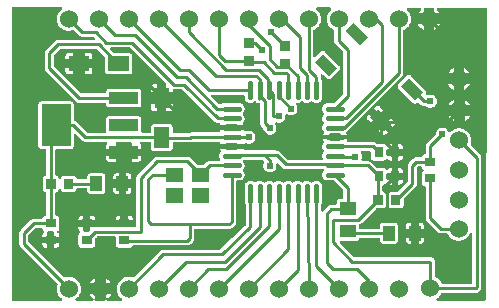
<source format=gtl>
G04 Layer: TopLayer*
G04 EasyEDA v6.5.3, 2022-04-19 22:15:57*
G04 160cfc1a8d0c4c478010f6dc8366fd90,3d704182bbbd40308880d08212c7ad4d,10*
G04 Gerber Generator version 0.2*
G04 Scale: 100 percent, Rotated: No, Reflected: No *
G04 Dimensions in inches *
G04 leading zeros omitted , absolute positions ,3 integer and 6 decimal *
%FSLAX36Y36*%
%MOIN*%

%ADD10C,0.0100*%
%ADD11C,0.0177*%
%ADD12C,0.0240*%
%ADD15R,0.0510X0.0692*%
%ADD16R,0.0354X0.0315*%
%ADD17R,0.0315X0.0354*%
%ADD19R,0.0340X0.0318*%
%ADD20R,0.0542X0.0446*%
%ADD25C,0.0600*%

%LPD*%
G36*
X1645060Y2416780D02*
G01*
X1643660Y2417040D01*
X1642440Y2417760D01*
X1641540Y2418860D01*
X1639160Y2423200D01*
X1635980Y2427520D01*
X1632240Y2431380D01*
X1628020Y2434720D01*
X1621660Y2438520D01*
X1620800Y2439820D01*
X1620500Y2441340D01*
X1620500Y2489800D01*
X1620180Y2492960D01*
X1619319Y2495800D01*
X1617920Y2498440D01*
X1616040Y2500740D01*
X1613740Y2502620D01*
X1611100Y2504020D01*
X1608260Y2504880D01*
X1605100Y2505200D01*
X1352960Y2505200D01*
X1351420Y2505500D01*
X1350120Y2506380D01*
X1303860Y2552640D01*
X1303000Y2553940D01*
X1302680Y2555460D01*
X1303000Y2557000D01*
X1303860Y2558300D01*
X1305160Y2559160D01*
X1306680Y2559460D01*
X1356879Y2559460D01*
X1359379Y2559740D01*
X1361519Y2560500D01*
X1363460Y2561700D01*
X1365060Y2563320D01*
X1366279Y2565240D01*
X1366920Y2567120D01*
X1367780Y2568519D01*
X1369100Y2569460D01*
X1370700Y2569800D01*
X1432820Y2569800D01*
X1434340Y2569500D01*
X1435640Y2568620D01*
X1436500Y2567320D01*
X1436800Y2565800D01*
X1436800Y2560620D01*
X1437100Y2558120D01*
X1437840Y2555980D01*
X1439060Y2554040D01*
X1440660Y2552440D01*
X1442600Y2551220D01*
X1444740Y2550480D01*
X1447240Y2550200D01*
X1486160Y2550200D01*
X1488640Y2550480D01*
X1490800Y2551220D01*
X1492720Y2552440D01*
X1494340Y2554040D01*
X1495540Y2555980D01*
X1496300Y2558120D01*
X1496579Y2560620D01*
X1496579Y2609380D01*
X1496300Y2611880D01*
X1495540Y2614020D01*
X1494340Y2615960D01*
X1492720Y2617559D01*
X1490800Y2618780D01*
X1488640Y2619520D01*
X1486160Y2619800D01*
X1447240Y2619800D01*
X1444740Y2619520D01*
X1442600Y2618780D01*
X1440660Y2617559D01*
X1439060Y2615960D01*
X1437840Y2614020D01*
X1437100Y2611880D01*
X1436800Y2609380D01*
X1436800Y2604200D01*
X1436500Y2602660D01*
X1435640Y2601360D01*
X1434340Y2600500D01*
X1432820Y2600200D01*
X1371300Y2600200D01*
X1369780Y2600500D01*
X1368480Y2601360D01*
X1367620Y2602660D01*
X1367300Y2604200D01*
X1367300Y2611860D01*
X1367660Y2613500D01*
X1368660Y2614860D01*
X1370140Y2615680D01*
X1371100Y2615980D01*
X1373740Y2617380D01*
X1376180Y2619400D01*
X1423420Y2666620D01*
X1424720Y2667480D01*
X1426240Y2667799D01*
X1446000Y2667799D01*
X1448480Y2668080D01*
X1450640Y2668820D01*
X1452560Y2670040D01*
X1454180Y2671640D01*
X1455380Y2673580D01*
X1456220Y2675960D01*
X1457060Y2677360D01*
X1458400Y2678320D01*
X1460000Y2678639D01*
X1461600Y2678320D01*
X1462940Y2677360D01*
X1463779Y2675960D01*
X1464620Y2673580D01*
X1465820Y2671640D01*
X1467440Y2670040D01*
X1469360Y2668820D01*
X1471519Y2668080D01*
X1474000Y2667799D01*
X1505300Y2667799D01*
X1507800Y2668080D01*
X1509940Y2668820D01*
X1511879Y2670040D01*
X1513480Y2671640D01*
X1514700Y2673580D01*
X1515460Y2675720D01*
X1515740Y2678220D01*
X1515740Y2697919D01*
X1516040Y2699440D01*
X1516900Y2700740D01*
X1555600Y2739460D01*
X1557620Y2741900D01*
X1559019Y2744540D01*
X1559880Y2747380D01*
X1560200Y2750539D01*
X1560200Y2802040D01*
X1560500Y2803580D01*
X1561380Y2804880D01*
X1562680Y2806180D01*
X1563980Y2807060D01*
X1565520Y2807360D01*
X1573540Y2807360D01*
X1575140Y2807020D01*
X1576480Y2806080D01*
X1577320Y2804680D01*
X1578120Y2802400D01*
X1579319Y2800460D01*
X1580940Y2798860D01*
X1581680Y2798380D01*
X1582840Y2797280D01*
X1583480Y2795800D01*
X1583480Y2794200D01*
X1582840Y2792720D01*
X1581680Y2791620D01*
X1580940Y2791139D01*
X1579319Y2789540D01*
X1578120Y2787600D01*
X1577360Y2785460D01*
X1577080Y2782960D01*
X1577080Y2751920D01*
X1577360Y2749440D01*
X1578120Y2747280D01*
X1579319Y2745360D01*
X1580940Y2743740D01*
X1582860Y2742520D01*
X1585020Y2741780D01*
X1586240Y2741640D01*
X1587640Y2741220D01*
X1588779Y2740320D01*
X1589540Y2739100D01*
X1589800Y2737660D01*
X1589800Y2635200D01*
X1590120Y2632040D01*
X1590980Y2629200D01*
X1592380Y2626560D01*
X1594400Y2624120D01*
X1629120Y2589400D01*
X1631560Y2587380D01*
X1634199Y2585980D01*
X1637040Y2585120D01*
X1640200Y2584800D01*
X1660240Y2584800D01*
X1661759Y2584500D01*
X1663060Y2583639D01*
X1666860Y2577260D01*
X1670200Y2573039D01*
X1674060Y2569300D01*
X1678380Y2566120D01*
X1683080Y2563540D01*
X1688100Y2561620D01*
X1693320Y2560360D01*
X1698660Y2559840D01*
X1704019Y2560020D01*
X1709319Y2560899D01*
X1714440Y2562500D01*
X1719319Y2564760D01*
X1723839Y2567640D01*
X1727940Y2571100D01*
X1731540Y2575100D01*
X1734580Y2579520D01*
X1737020Y2584360D01*
X1737840Y2585740D01*
X1739120Y2586680D01*
X1740660Y2587060D01*
X1742240Y2586780D01*
X1743580Y2585920D01*
X1744480Y2584620D01*
X1744800Y2583060D01*
X1744800Y2420780D01*
X1744500Y2419240D01*
X1743620Y2417960D01*
X1742340Y2417080D01*
X1740800Y2416780D01*
G37*

%LPC*%
G36*
X1533839Y2550200D02*
G01*
X1540960Y2550200D01*
X1540960Y2570200D01*
X1523420Y2570200D01*
X1523420Y2560620D01*
X1523700Y2558120D01*
X1524460Y2555980D01*
X1525660Y2554040D01*
X1527280Y2552440D01*
X1529199Y2551220D01*
X1531360Y2550480D01*
G37*
G36*
X1565660Y2550200D02*
G01*
X1572760Y2550200D01*
X1575260Y2550480D01*
X1577400Y2551220D01*
X1579340Y2552440D01*
X1580940Y2554040D01*
X1582160Y2555980D01*
X1582920Y2558120D01*
X1583200Y2560620D01*
X1583200Y2570200D01*
X1565660Y2570200D01*
G37*
G36*
X1565660Y2599800D02*
G01*
X1583200Y2599800D01*
X1583200Y2609380D01*
X1582920Y2611880D01*
X1582160Y2614020D01*
X1580940Y2615960D01*
X1579340Y2617559D01*
X1577400Y2618780D01*
X1575260Y2619520D01*
X1572760Y2619800D01*
X1565660Y2619800D01*
G37*
G36*
X1523420Y2599800D02*
G01*
X1540960Y2599800D01*
X1540960Y2619800D01*
X1533839Y2619800D01*
X1531360Y2619520D01*
X1529199Y2618780D01*
X1527280Y2617559D01*
X1525660Y2615960D01*
X1524460Y2614020D01*
X1523700Y2611880D01*
X1523420Y2609380D01*
G37*

%LPD*%
G36*
X214200Y2360200D02*
G01*
X212659Y2360500D01*
X211380Y2361380D01*
X210500Y2362660D01*
X210200Y2364200D01*
X210200Y3335760D01*
X210500Y3337300D01*
X211380Y3338600D01*
X212680Y3339460D01*
X214200Y3339760D01*
X373700Y3339420D01*
X375300Y3339080D01*
X376640Y3338140D01*
X377480Y3336720D01*
X377680Y3335100D01*
X377220Y3333540D01*
X376180Y3332280D01*
X373040Y3329800D01*
X369300Y3325940D01*
X366120Y3321620D01*
X363540Y3316920D01*
X361620Y3311900D01*
X360360Y3306680D01*
X359840Y3301340D01*
X360020Y3295980D01*
X360900Y3290680D01*
X362500Y3285560D01*
X364760Y3280680D01*
X367640Y3276160D01*
X371100Y3272060D01*
X375100Y3268460D01*
X379520Y3265419D01*
X384300Y3263000D01*
X389380Y3261240D01*
X394640Y3260160D01*
X400000Y3259800D01*
X405360Y3260160D01*
X410620Y3261240D01*
X413180Y3262120D01*
X414660Y3262340D01*
X416100Y3262020D01*
X417320Y3261180D01*
X434120Y3244400D01*
X436560Y3242380D01*
X439200Y3240980D01*
X442040Y3240120D01*
X445200Y3239800D01*
X482040Y3239800D01*
X483579Y3239500D01*
X484880Y3238620D01*
X486480Y3237020D01*
X487340Y3235740D01*
X487640Y3234200D01*
X487340Y3232660D01*
X486480Y3231380D01*
X485180Y3230500D01*
X483640Y3230200D01*
X365200Y3230200D01*
X362040Y3229880D01*
X359200Y3229020D01*
X356560Y3227620D01*
X354120Y3225600D01*
X324400Y3195880D01*
X322380Y3193440D01*
X320980Y3190800D01*
X320120Y3187960D01*
X319800Y3184800D01*
X319800Y3135200D01*
X320120Y3132040D01*
X320980Y3129200D01*
X322380Y3126560D01*
X324400Y3124120D01*
X423560Y3024940D01*
X426019Y3022919D01*
X428640Y3021520D01*
X431480Y3020659D01*
X434640Y3020340D01*
X519780Y3020340D01*
X521300Y3020040D01*
X522600Y3019180D01*
X523480Y3017880D01*
X523780Y3016340D01*
X523780Y3015100D01*
X524060Y3012620D01*
X524800Y3010460D01*
X526020Y3008540D01*
X527640Y3006920D01*
X529560Y3005720D01*
X531720Y3004960D01*
X534200Y3004680D01*
X630800Y3004680D01*
X633280Y3004960D01*
X635440Y3005720D01*
X637360Y3006920D01*
X638980Y3008540D01*
X640200Y3010460D01*
X640939Y3012620D01*
X641220Y3015100D01*
X641220Y3056000D01*
X640939Y3058480D01*
X640200Y3060640D01*
X638980Y3062559D01*
X637360Y3064180D01*
X635440Y3065380D01*
X633280Y3066139D01*
X630800Y3066420D01*
X534200Y3066420D01*
X531720Y3066139D01*
X529560Y3065380D01*
X527640Y3064180D01*
X526020Y3062559D01*
X524800Y3060640D01*
X524060Y3058480D01*
X523780Y3056000D01*
X523780Y3054740D01*
X523480Y3053220D01*
X522600Y3051920D01*
X521300Y3051060D01*
X519780Y3050740D01*
X442400Y3050740D01*
X440880Y3051060D01*
X439580Y3051920D01*
X351380Y3140120D01*
X350500Y3141420D01*
X350200Y3142960D01*
X350200Y3177040D01*
X350500Y3178580D01*
X351380Y3179880D01*
X370120Y3198620D01*
X371420Y3199500D01*
X372960Y3199800D01*
X492040Y3199800D01*
X493579Y3199500D01*
X494880Y3198620D01*
X520420Y3173080D01*
X521280Y3171780D01*
X521599Y3170260D01*
X521599Y3124720D01*
X521880Y3122220D01*
X522620Y3120080D01*
X523840Y3118140D01*
X525440Y3116540D01*
X527380Y3115320D01*
X529520Y3114560D01*
X532020Y3114280D01*
X600760Y3114280D01*
X603240Y3114560D01*
X605400Y3115320D01*
X607320Y3116540D01*
X608940Y3118140D01*
X610160Y3120080D01*
X610900Y3122220D01*
X611180Y3124720D01*
X611180Y3175280D01*
X610900Y3177780D01*
X610160Y3179920D01*
X608940Y3181860D01*
X607320Y3183460D01*
X605400Y3184680D01*
X603240Y3185440D01*
X600760Y3185720D01*
X552440Y3185720D01*
X550920Y3186019D01*
X549620Y3186880D01*
X538520Y3197980D01*
X537660Y3199260D01*
X537360Y3200800D01*
X537660Y3202340D01*
X538520Y3203620D01*
X539820Y3204500D01*
X541360Y3204800D01*
X602040Y3204800D01*
X603580Y3204500D01*
X604880Y3203620D01*
X724080Y3084420D01*
X724960Y3083120D01*
X725260Y3081600D01*
X725260Y3056180D01*
X745720Y3056180D01*
X745720Y3060820D01*
X746060Y3062440D01*
X747020Y3063800D01*
X748460Y3064620D01*
X750200Y3064800D01*
X777039Y3064800D01*
X778580Y3064500D01*
X779880Y3063620D01*
X885380Y2958140D01*
X887820Y2956120D01*
X890460Y2954720D01*
X893300Y2953860D01*
X896460Y2953540D01*
X899980Y2953540D01*
X901640Y2953180D01*
X903000Y2952180D01*
X903820Y2950700D01*
X903960Y2949020D01*
X903379Y2947440D01*
X902340Y2945740D01*
X901720Y2944180D01*
X924260Y2944180D01*
X924260Y2945680D01*
X924560Y2947220D01*
X925440Y2948500D01*
X926720Y2949380D01*
X928259Y2949680D01*
X957740Y2949680D01*
X959280Y2949380D01*
X960560Y2948500D01*
X961440Y2947220D01*
X961740Y2945680D01*
X961740Y2944180D01*
X984280Y2944180D01*
X983660Y2945740D01*
X981820Y2948720D01*
X980380Y2950299D01*
X979599Y2951540D01*
X979340Y2953000D01*
X979599Y2954440D01*
X980380Y2955680D01*
X981820Y2957260D01*
X983660Y2960260D01*
X984940Y2963519D01*
X985580Y2966980D01*
X985580Y2970500D01*
X984940Y2973960D01*
X983660Y2977220D01*
X981820Y2980220D01*
X980380Y2981800D01*
X979599Y2983039D01*
X979340Y2984480D01*
X979599Y2985940D01*
X980380Y2987180D01*
X981820Y2988759D01*
X983660Y2991740D01*
X984940Y2995020D01*
X985580Y2998480D01*
X985580Y3002000D01*
X984940Y3005440D01*
X983660Y3008720D01*
X981820Y3011720D01*
X979460Y3014300D01*
X976640Y3016420D01*
X973500Y3018000D01*
X970120Y3018960D01*
X966440Y3019300D01*
X919560Y3019300D01*
X915879Y3018960D01*
X912500Y3018000D01*
X907980Y3015640D01*
X906700Y3015440D01*
X902720Y3015440D01*
X901180Y3015740D01*
X899880Y3016620D01*
X876020Y3040480D01*
X875160Y3041760D01*
X874860Y3043300D01*
X875160Y3044840D01*
X876020Y3046120D01*
X877320Y3047000D01*
X878860Y3047300D01*
X981700Y3047300D01*
X983240Y3047000D01*
X984539Y3046120D01*
X985400Y3044840D01*
X985699Y3043300D01*
X985699Y3039060D01*
X986040Y3035380D01*
X987000Y3032000D01*
X988580Y3028860D01*
X990699Y3026040D01*
X993280Y3023680D01*
X996280Y3021840D01*
X999560Y3020560D01*
X1003000Y3019920D01*
X1006520Y3019920D01*
X1009980Y3020560D01*
X1013259Y3021840D01*
X1016240Y3023680D01*
X1017099Y3024460D01*
X1018480Y3025280D01*
X1020080Y3025500D01*
X1021640Y3025059D01*
X1022880Y3024040D01*
X1024260Y3022360D01*
X1026560Y3020480D01*
X1029200Y3019080D01*
X1032039Y3018220D01*
X1034920Y3017919D01*
X1036320Y3017520D01*
X1037480Y3016640D01*
X1038259Y3015380D01*
X1038520Y3013940D01*
X1038520Y2951480D01*
X1038840Y2948320D01*
X1039700Y2945460D01*
X1041100Y2942840D01*
X1043120Y2940400D01*
X1046720Y2936780D01*
X1047520Y2935640D01*
X1047880Y2934300D01*
X1048160Y2931139D01*
X1049160Y2927420D01*
X1050780Y2923900D01*
X1053000Y2920740D01*
X1055740Y2918000D01*
X1058900Y2915779D01*
X1062420Y2914160D01*
X1066140Y2913159D01*
X1070000Y2912820D01*
X1073860Y2913159D01*
X1077580Y2914160D01*
X1081100Y2915779D01*
X1084260Y2918000D01*
X1087000Y2920740D01*
X1089220Y2923900D01*
X1090840Y2927420D01*
X1091840Y2931139D01*
X1092180Y2935000D01*
X1091840Y2938860D01*
X1090840Y2942580D01*
X1089220Y2946100D01*
X1087820Y2948060D01*
X1087180Y2949560D01*
X1087180Y2951180D01*
X1087820Y2952660D01*
X1089000Y2953759D01*
X1090520Y2954320D01*
X1092140Y2954220D01*
X1096140Y2953159D01*
X1100000Y2952820D01*
X1103860Y2953159D01*
X1107580Y2954160D01*
X1111100Y2955779D01*
X1114260Y2958000D01*
X1117000Y2960740D01*
X1119220Y2963900D01*
X1120840Y2967420D01*
X1121840Y2971139D01*
X1122180Y2975000D01*
X1121960Y2977640D01*
X1122100Y2979140D01*
X1122800Y2980460D01*
X1123940Y2981440D01*
X1125360Y2981940D01*
X1126860Y2981880D01*
X1128240Y2981259D01*
X1128900Y2980779D01*
X1132420Y2979160D01*
X1136140Y2978159D01*
X1140000Y2977820D01*
X1143860Y2978159D01*
X1147580Y2979160D01*
X1151100Y2980779D01*
X1154260Y2983000D01*
X1157000Y2985740D01*
X1159220Y2988900D01*
X1160840Y2992420D01*
X1161840Y2996139D01*
X1162180Y3000000D01*
X1161840Y3003860D01*
X1160840Y3007580D01*
X1159220Y3011100D01*
X1157440Y3013620D01*
X1156780Y3015220D01*
X1156860Y3016960D01*
X1157660Y3018480D01*
X1159020Y3019540D01*
X1160720Y3019920D01*
X1164000Y3019920D01*
X1167460Y3020560D01*
X1170740Y3021840D01*
X1173720Y3023680D01*
X1175300Y3025120D01*
X1176540Y3025899D01*
X1178000Y3026160D01*
X1179440Y3025899D01*
X1180680Y3025120D01*
X1182260Y3023680D01*
X1185260Y3021840D01*
X1188520Y3020560D01*
X1191980Y3019920D01*
X1195500Y3019920D01*
X1198960Y3020560D01*
X1202220Y3021840D01*
X1205220Y3023680D01*
X1206800Y3025120D01*
X1208040Y3025899D01*
X1209480Y3026160D01*
X1210940Y3025899D01*
X1212180Y3025120D01*
X1213760Y3023680D01*
X1216740Y3021840D01*
X1220020Y3020560D01*
X1223480Y3019920D01*
X1227000Y3019920D01*
X1230440Y3020560D01*
X1233720Y3021840D01*
X1236720Y3023680D01*
X1239300Y3026040D01*
X1241420Y3028860D01*
X1243000Y3032000D01*
X1243960Y3035380D01*
X1244300Y3039060D01*
X1244300Y3085940D01*
X1243960Y3089620D01*
X1243000Y3093000D01*
X1240640Y3097520D01*
X1240440Y3098800D01*
X1240440Y3104560D01*
X1240120Y3107720D01*
X1239600Y3109460D01*
X1239480Y3111220D01*
X1240100Y3112840D01*
X1241380Y3114060D01*
X1243040Y3114600D01*
X1244780Y3114400D01*
X1246260Y3113460D01*
X1259000Y3100720D01*
X1260940Y3099160D01*
X1263000Y3098159D01*
X1265220Y3097660D01*
X1267500Y3097660D01*
X1269720Y3098159D01*
X1271780Y3099160D01*
X1273740Y3100720D01*
X1301260Y3128240D01*
X1302820Y3130200D01*
X1303800Y3132260D01*
X1304319Y3134480D01*
X1304319Y3136760D01*
X1303800Y3138980D01*
X1302820Y3141019D01*
X1301260Y3142980D01*
X1254240Y3190000D01*
X1252280Y3191560D01*
X1250240Y3192540D01*
X1248020Y3193039D01*
X1245740Y3193039D01*
X1243520Y3192540D01*
X1241460Y3191560D01*
X1239500Y3190000D01*
X1222020Y3172520D01*
X1220740Y3171640D01*
X1219200Y3171340D01*
X1217660Y3171640D01*
X1216380Y3172520D01*
X1215500Y3173820D01*
X1215200Y3175340D01*
X1215200Y3260280D01*
X1215460Y3261720D01*
X1216240Y3262980D01*
X1217400Y3263860D01*
X1220480Y3265419D01*
X1224900Y3268460D01*
X1228900Y3272060D01*
X1232360Y3276160D01*
X1235240Y3280680D01*
X1237500Y3285560D01*
X1239100Y3290680D01*
X1239980Y3295980D01*
X1240160Y3301340D01*
X1239640Y3306680D01*
X1238380Y3311900D01*
X1236460Y3316920D01*
X1233880Y3321620D01*
X1230700Y3325940D01*
X1226960Y3329800D01*
X1226180Y3330419D01*
X1225140Y3331680D01*
X1224680Y3333240D01*
X1224880Y3334880D01*
X1225740Y3336280D01*
X1227080Y3337220D01*
X1228680Y3337559D01*
X1271220Y3337460D01*
X1272820Y3337120D01*
X1274160Y3336180D01*
X1275000Y3334780D01*
X1275200Y3333140D01*
X1274740Y3331580D01*
X1273700Y3330320D01*
X1273040Y3329800D01*
X1269300Y3325940D01*
X1266120Y3321620D01*
X1263540Y3316920D01*
X1261620Y3311900D01*
X1260360Y3306680D01*
X1259840Y3301340D01*
X1260020Y3295980D01*
X1260900Y3290680D01*
X1262500Y3285560D01*
X1264760Y3280680D01*
X1267640Y3276160D01*
X1271100Y3272060D01*
X1275100Y3268460D01*
X1279520Y3265419D01*
X1282600Y3263860D01*
X1283760Y3262980D01*
X1284540Y3261720D01*
X1284800Y3260280D01*
X1284800Y3225200D01*
X1285120Y3222040D01*
X1285980Y3219200D01*
X1287380Y3216560D01*
X1289400Y3214120D01*
X1313620Y3189880D01*
X1314500Y3188580D01*
X1314800Y3187040D01*
X1314800Y3051200D01*
X1314500Y3049660D01*
X1313620Y3048360D01*
X1285740Y3020460D01*
X1284440Y3019600D01*
X1282900Y3019300D01*
X1263560Y3019300D01*
X1259880Y3018960D01*
X1256500Y3018000D01*
X1253360Y3016420D01*
X1250540Y3014300D01*
X1248180Y3011720D01*
X1246340Y3008720D01*
X1245060Y3005440D01*
X1244420Y3002000D01*
X1244420Y2998480D01*
X1245060Y2995020D01*
X1246340Y2991740D01*
X1248180Y2988759D01*
X1249620Y2987180D01*
X1250400Y2985940D01*
X1250660Y2984480D01*
X1250400Y2983039D01*
X1249620Y2981800D01*
X1248180Y2980220D01*
X1246340Y2977220D01*
X1245060Y2973960D01*
X1244420Y2970500D01*
X1244420Y2966980D01*
X1245060Y2963519D01*
X1246340Y2960260D01*
X1248180Y2957260D01*
X1249620Y2955680D01*
X1250400Y2954440D01*
X1250660Y2953000D01*
X1250400Y2951540D01*
X1249620Y2950299D01*
X1248180Y2948720D01*
X1246340Y2945740D01*
X1245060Y2942460D01*
X1244420Y2939000D01*
X1244420Y2935480D01*
X1245060Y2932040D01*
X1246340Y2928759D01*
X1248180Y2925760D01*
X1249620Y2924200D01*
X1250400Y2922940D01*
X1250660Y2921500D01*
X1250400Y2920059D01*
X1249620Y2918800D01*
X1248180Y2917220D01*
X1246340Y2914240D01*
X1245720Y2912679D01*
X1268260Y2912679D01*
X1268260Y2914180D01*
X1268560Y2915720D01*
X1269440Y2917020D01*
X1270720Y2917880D01*
X1272260Y2918180D01*
X1301740Y2918180D01*
X1303280Y2917880D01*
X1304560Y2917020D01*
X1305440Y2915720D01*
X1305740Y2914180D01*
X1305740Y2912679D01*
X1328280Y2912679D01*
X1327660Y2914240D01*
X1325820Y2917220D01*
X1324700Y2918440D01*
X1323820Y2920000D01*
X1323700Y2921760D01*
X1324360Y2923399D01*
X1325660Y2924620D01*
X1328120Y2926640D01*
X1510600Y3109120D01*
X1512620Y3111560D01*
X1514019Y3114200D01*
X1514880Y3117040D01*
X1515200Y3120200D01*
X1515200Y3260280D01*
X1515460Y3261720D01*
X1516240Y3262980D01*
X1517400Y3263860D01*
X1520480Y3265419D01*
X1524900Y3268460D01*
X1528899Y3272060D01*
X1532360Y3276160D01*
X1535240Y3280680D01*
X1537500Y3285560D01*
X1539100Y3290680D01*
X1539980Y3295980D01*
X1540160Y3301340D01*
X1539640Y3306680D01*
X1538380Y3311900D01*
X1536459Y3316920D01*
X1533880Y3321620D01*
X1530700Y3325940D01*
X1526639Y3330100D01*
X1525780Y3331400D01*
X1525500Y3332940D01*
X1525820Y3334460D01*
X1526680Y3335740D01*
X1527980Y3336600D01*
X1529500Y3336900D01*
X1570400Y3336820D01*
X1571920Y3336500D01*
X1573200Y3335659D01*
X1574079Y3334360D01*
X1574379Y3332860D01*
X1574100Y3331320D01*
X1573260Y3330020D01*
X1569300Y3325940D01*
X1566120Y3321620D01*
X1563860Y3317500D01*
X1582500Y3317500D01*
X1582500Y3332780D01*
X1582800Y3334300D01*
X1583680Y3335600D01*
X1584980Y3336480D01*
X1586500Y3336780D01*
X1613500Y3336720D01*
X1615040Y3336420D01*
X1616339Y3335539D01*
X1617200Y3334240D01*
X1617500Y3332720D01*
X1617500Y3317500D01*
X1636140Y3317500D01*
X1633880Y3321620D01*
X1630700Y3325940D01*
X1626860Y3329900D01*
X1626020Y3331200D01*
X1625740Y3332720D01*
X1626060Y3334240D01*
X1626940Y3335539D01*
X1628240Y3336380D01*
X1629760Y3336680D01*
X1790740Y3336340D01*
X1792280Y3336019D01*
X1793560Y3335140D01*
X1794440Y3333840D01*
X1794720Y3332320D01*
X1789880Y2364180D01*
X1789560Y2362660D01*
X1788700Y2361360D01*
X1787400Y2360500D01*
X1785880Y2360200D01*
X1628760Y2360200D01*
X1627120Y2360560D01*
X1625760Y2361560D01*
X1624940Y2363020D01*
X1624780Y2364680D01*
X1625340Y2366280D01*
X1626500Y2367500D01*
X1630200Y2370040D01*
X1634180Y2373640D01*
X1637640Y2377740D01*
X1640520Y2382260D01*
X1641360Y2384060D01*
X1642240Y2385280D01*
X1643520Y2386100D01*
X1645000Y2386380D01*
X1756380Y2386380D01*
X1759540Y2386700D01*
X1762380Y2387560D01*
X1765020Y2388960D01*
X1767460Y2390980D01*
X1770600Y2394120D01*
X1772620Y2396560D01*
X1774019Y2399200D01*
X1774880Y2402040D01*
X1775200Y2405200D01*
X1775200Y2836100D01*
X1774880Y2839260D01*
X1774019Y2842100D01*
X1772620Y2844740D01*
X1770600Y2847180D01*
X1740400Y2877400D01*
X1739560Y2878620D01*
X1739240Y2880059D01*
X1739460Y2881540D01*
X1740340Y2884100D01*
X1741420Y2889360D01*
X1741780Y2894720D01*
X1741420Y2900080D01*
X1740340Y2905340D01*
X1738580Y2910400D01*
X1736160Y2915200D01*
X1733120Y2919620D01*
X1729520Y2923600D01*
X1725420Y2927080D01*
X1720900Y2929960D01*
X1716020Y2932220D01*
X1710900Y2933820D01*
X1705600Y2934700D01*
X1700240Y2934880D01*
X1694900Y2934340D01*
X1689680Y2933100D01*
X1684660Y2931180D01*
X1679960Y2928600D01*
X1675640Y2925400D01*
X1672020Y2921920D01*
X1670740Y2921080D01*
X1669259Y2920779D01*
X1667780Y2921060D01*
X1666500Y2921880D01*
X1665600Y2923100D01*
X1664220Y2926100D01*
X1662000Y2929260D01*
X1659259Y2932000D01*
X1656100Y2934220D01*
X1652580Y2935840D01*
X1648860Y2936840D01*
X1645000Y2937180D01*
X1641140Y2936840D01*
X1637420Y2935840D01*
X1633899Y2934220D01*
X1630740Y2932000D01*
X1628000Y2929260D01*
X1625780Y2926100D01*
X1624160Y2922580D01*
X1623160Y2918860D01*
X1622880Y2915700D01*
X1622520Y2914360D01*
X1621720Y2913220D01*
X1594400Y2885880D01*
X1592380Y2883440D01*
X1590980Y2880800D01*
X1590120Y2877960D01*
X1589800Y2874800D01*
X1589800Y2852340D01*
X1589540Y2850899D01*
X1588779Y2849680D01*
X1587640Y2848780D01*
X1586240Y2848360D01*
X1585020Y2848220D01*
X1582860Y2847480D01*
X1580940Y2846259D01*
X1579319Y2844640D01*
X1578120Y2842720D01*
X1577320Y2840440D01*
X1576480Y2839040D01*
X1575140Y2838100D01*
X1573540Y2837760D01*
X1557760Y2837760D01*
X1554600Y2837440D01*
X1551759Y2836580D01*
X1549120Y2835179D01*
X1546680Y2833159D01*
X1534400Y2820880D01*
X1532380Y2818440D01*
X1530980Y2815800D01*
X1530120Y2812960D01*
X1529800Y2809800D01*
X1529800Y2758300D01*
X1529500Y2756760D01*
X1528620Y2755460D01*
X1496540Y2723380D01*
X1495240Y2722520D01*
X1493720Y2722200D01*
X1474000Y2722200D01*
X1471519Y2721920D01*
X1469360Y2721180D01*
X1467440Y2719960D01*
X1465820Y2718360D01*
X1464620Y2716420D01*
X1463779Y2714040D01*
X1462940Y2712640D01*
X1461600Y2711680D01*
X1460000Y2711360D01*
X1458400Y2711680D01*
X1457060Y2712640D01*
X1456220Y2714040D01*
X1455380Y2716420D01*
X1454180Y2718360D01*
X1452560Y2719960D01*
X1450640Y2721180D01*
X1448220Y2722020D01*
X1446819Y2722860D01*
X1445880Y2724200D01*
X1445540Y2725800D01*
X1445540Y2743240D01*
X1445800Y2744660D01*
X1446560Y2745899D01*
X1447700Y2746780D01*
X1449100Y2747220D01*
X1450460Y2747360D01*
X1452600Y2748120D01*
X1454540Y2749320D01*
X1456140Y2750940D01*
X1456620Y2751680D01*
X1457720Y2752840D01*
X1459199Y2753480D01*
X1460800Y2753480D01*
X1462280Y2752840D01*
X1463380Y2751680D01*
X1463860Y2750940D01*
X1465460Y2749320D01*
X1467400Y2748120D01*
X1469540Y2747360D01*
X1472040Y2747080D01*
X1477180Y2747080D01*
X1477180Y2763639D01*
X1462400Y2763639D01*
X1460860Y2763940D01*
X1459560Y2764820D01*
X1458700Y2766120D01*
X1458400Y2767640D01*
X1458400Y2782360D01*
X1458700Y2783880D01*
X1459560Y2785179D01*
X1460860Y2786060D01*
X1462400Y2786360D01*
X1477180Y2786360D01*
X1477180Y2802919D01*
X1472040Y2802919D01*
X1469540Y2802640D01*
X1467400Y2801880D01*
X1465460Y2800680D01*
X1463860Y2799060D01*
X1463380Y2798320D01*
X1462280Y2797160D01*
X1460800Y2796520D01*
X1459199Y2796520D01*
X1457720Y2797160D01*
X1456620Y2798320D01*
X1456140Y2799060D01*
X1454540Y2800680D01*
X1452600Y2801880D01*
X1450460Y2802640D01*
X1447960Y2802919D01*
X1427680Y2802919D01*
X1426140Y2803220D01*
X1424840Y2804080D01*
X1407060Y2821860D01*
X1406480Y2822360D01*
X1405540Y2823560D01*
X1404860Y2823740D01*
X1401980Y2825280D01*
X1399139Y2826139D01*
X1395980Y2826460D01*
X1379340Y2826460D01*
X1377780Y2826780D01*
X1376480Y2827679D01*
X1375620Y2829020D01*
X1375360Y2830600D01*
X1376840Y2836139D01*
X1377180Y2840000D01*
X1376840Y2843860D01*
X1375840Y2847580D01*
X1374220Y2851100D01*
X1373040Y2852760D01*
X1372380Y2854360D01*
X1372460Y2856080D01*
X1373260Y2857620D01*
X1374640Y2858680D01*
X1376320Y2859040D01*
X1402500Y2859040D01*
X1404019Y2858740D01*
X1405320Y2857880D01*
X1406200Y2856580D01*
X1406500Y2855040D01*
X1406500Y2837500D01*
X1406780Y2835020D01*
X1407520Y2832860D01*
X1408740Y2830940D01*
X1409580Y2830100D01*
X1410180Y2829180D01*
X1411140Y2828840D01*
X1412280Y2828120D01*
X1414440Y2827360D01*
X1416920Y2827080D01*
X1447960Y2827080D01*
X1450460Y2827360D01*
X1452600Y2828120D01*
X1454540Y2829320D01*
X1456140Y2830940D01*
X1456620Y2831680D01*
X1457720Y2832840D01*
X1459199Y2833480D01*
X1460800Y2833480D01*
X1462280Y2832840D01*
X1463380Y2831680D01*
X1463860Y2830940D01*
X1465460Y2829320D01*
X1467400Y2828120D01*
X1469540Y2827360D01*
X1472040Y2827080D01*
X1477180Y2827080D01*
X1477180Y2843639D01*
X1462400Y2843639D01*
X1460860Y2843940D01*
X1459560Y2844820D01*
X1458700Y2846120D01*
X1458400Y2847640D01*
X1458400Y2862360D01*
X1458700Y2863880D01*
X1459560Y2865179D01*
X1460860Y2866060D01*
X1462400Y2866360D01*
X1477180Y2866360D01*
X1477180Y2882919D01*
X1472040Y2882919D01*
X1469540Y2882640D01*
X1467400Y2881880D01*
X1465460Y2880680D01*
X1463860Y2879060D01*
X1463380Y2878320D01*
X1462280Y2877160D01*
X1460800Y2876520D01*
X1459199Y2876520D01*
X1457720Y2877160D01*
X1456620Y2878320D01*
X1456140Y2879060D01*
X1454540Y2880680D01*
X1452600Y2881880D01*
X1450460Y2882640D01*
X1447960Y2882919D01*
X1427680Y2882919D01*
X1426140Y2883220D01*
X1424840Y2884080D01*
X1424079Y2884860D01*
X1421620Y2886880D01*
X1419000Y2888279D01*
X1416160Y2889140D01*
X1413000Y2889440D01*
X1330020Y2889440D01*
X1328360Y2889800D01*
X1327000Y2890820D01*
X1326180Y2892280D01*
X1326040Y2893960D01*
X1326620Y2895560D01*
X1327660Y2897260D01*
X1328280Y2898820D01*
X1305740Y2898820D01*
X1305740Y2897320D01*
X1305440Y2895779D01*
X1304560Y2894480D01*
X1303280Y2893620D01*
X1301740Y2893320D01*
X1272260Y2893320D01*
X1270720Y2893620D01*
X1269440Y2894480D01*
X1268560Y2895779D01*
X1268260Y2897320D01*
X1268260Y2898820D01*
X1245720Y2898820D01*
X1246340Y2897260D01*
X1248180Y2894280D01*
X1249620Y2892700D01*
X1250400Y2891440D01*
X1250660Y2890000D01*
X1250400Y2888560D01*
X1249620Y2887300D01*
X1248180Y2885720D01*
X1246340Y2882740D01*
X1245060Y2879460D01*
X1244420Y2876000D01*
X1244420Y2872500D01*
X1245060Y2869040D01*
X1246340Y2865760D01*
X1248180Y2862780D01*
X1249620Y2861200D01*
X1250400Y2859940D01*
X1250660Y2858500D01*
X1250400Y2857060D01*
X1249620Y2855800D01*
X1248180Y2854240D01*
X1246340Y2851240D01*
X1245060Y2847960D01*
X1244420Y2844520D01*
X1244420Y2841000D01*
X1245060Y2837540D01*
X1246100Y2834900D01*
X1246360Y2833380D01*
X1246040Y2831860D01*
X1245160Y2830600D01*
X1243880Y2829740D01*
X1242360Y2829440D01*
X1131700Y2829440D01*
X1130160Y2829760D01*
X1128860Y2830620D01*
X1103120Y2856360D01*
X1100680Y2858380D01*
X1098040Y2859780D01*
X1095200Y2860640D01*
X1092040Y2860940D01*
X987640Y2860940D01*
X986120Y2861240D01*
X984840Y2862100D01*
X983960Y2863360D01*
X983640Y2864880D01*
X983920Y2866400D01*
X984280Y2867320D01*
X961740Y2867320D01*
X961740Y2865820D01*
X961440Y2864280D01*
X960560Y2862980D01*
X959280Y2862120D01*
X957740Y2861820D01*
X928259Y2861820D01*
X926720Y2862120D01*
X925440Y2862980D01*
X924560Y2864280D01*
X924260Y2865820D01*
X924260Y2867320D01*
X901720Y2867320D01*
X902340Y2865760D01*
X904180Y2862780D01*
X905620Y2861200D01*
X906400Y2859940D01*
X906660Y2858500D01*
X906400Y2857060D01*
X905620Y2855800D01*
X904180Y2854240D01*
X902340Y2851240D01*
X901060Y2847960D01*
X900420Y2844520D01*
X900420Y2841000D01*
X901060Y2837540D01*
X902340Y2834260D01*
X903379Y2832559D01*
X903960Y2830980D01*
X903820Y2829300D01*
X903000Y2827820D01*
X901640Y2826820D01*
X899980Y2826460D01*
X870320Y2826460D01*
X867159Y2826139D01*
X864320Y2825280D01*
X861680Y2823880D01*
X859240Y2821860D01*
X851820Y2814460D01*
X850520Y2813580D01*
X848980Y2813279D01*
X829880Y2813279D01*
X828340Y2813580D01*
X827039Y2814460D01*
X805879Y2835600D01*
X803439Y2837620D01*
X800800Y2839020D01*
X797960Y2839880D01*
X794800Y2840200D01*
X695200Y2840200D01*
X692039Y2839880D01*
X689200Y2839020D01*
X686560Y2837620D01*
X684120Y2835600D01*
X629400Y2780880D01*
X627380Y2778440D01*
X625980Y2775800D01*
X625120Y2772960D01*
X624800Y2769800D01*
X624800Y2609200D01*
X624500Y2607660D01*
X623620Y2606380D01*
X622340Y2605500D01*
X620800Y2605200D01*
X616920Y2605200D01*
X615560Y2605440D01*
X614360Y2606120D01*
X613460Y2607180D01*
X595820Y2607180D01*
X594920Y2606120D01*
X593720Y2605440D01*
X592360Y2605200D01*
X577640Y2605200D01*
X576280Y2605440D01*
X575080Y2606120D01*
X574180Y2607180D01*
X556540Y2607180D01*
X555640Y2606120D01*
X554440Y2605440D01*
X553080Y2605200D01*
X491920Y2605200D01*
X490560Y2605440D01*
X489360Y2606120D01*
X488459Y2607180D01*
X471360Y2607180D01*
X471360Y2596920D01*
X471060Y2595380D01*
X470180Y2594080D01*
X465660Y2589560D01*
X464380Y2588700D01*
X462840Y2588399D01*
X452640Y2588399D01*
X451120Y2588700D01*
X449820Y2589560D01*
X448940Y2590860D01*
X448640Y2592400D01*
X448640Y2607180D01*
X432080Y2607180D01*
X432080Y2602040D01*
X432360Y2599540D01*
X433120Y2597400D01*
X434320Y2595460D01*
X435940Y2593860D01*
X436680Y2593380D01*
X437840Y2592280D01*
X438480Y2590800D01*
X438480Y2589200D01*
X437840Y2587720D01*
X436680Y2586620D01*
X435940Y2586139D01*
X434320Y2584540D01*
X433120Y2582600D01*
X432360Y2580460D01*
X432080Y2577960D01*
X432080Y2546920D01*
X432360Y2544440D01*
X433120Y2542280D01*
X434320Y2540360D01*
X435940Y2538740D01*
X437860Y2537520D01*
X440020Y2536780D01*
X442500Y2536500D01*
X477500Y2536500D01*
X479980Y2536780D01*
X482140Y2537520D01*
X484060Y2538740D01*
X485680Y2540360D01*
X486880Y2542280D01*
X487640Y2544440D01*
X487920Y2546920D01*
X487920Y2567160D01*
X488220Y2568700D01*
X489080Y2570000D01*
X492720Y2573620D01*
X494020Y2574500D01*
X495560Y2574800D01*
X553080Y2574800D01*
X554620Y2574500D01*
X555920Y2573620D01*
X556780Y2572340D01*
X557080Y2570800D01*
X557080Y2546920D01*
X557360Y2544440D01*
X558120Y2542280D01*
X559320Y2540360D01*
X560940Y2538740D01*
X562860Y2537520D01*
X565020Y2536780D01*
X567500Y2536500D01*
X602500Y2536500D01*
X604980Y2536780D01*
X607140Y2537520D01*
X609060Y2538740D01*
X610640Y2540320D01*
X612180Y2542860D01*
X613080Y2543900D01*
X614260Y2544560D01*
X615600Y2544800D01*
X794800Y2544800D01*
X797960Y2545120D01*
X800800Y2545980D01*
X803439Y2547380D01*
X805879Y2549400D01*
X813060Y2556560D01*
X815080Y2559020D01*
X816480Y2561640D01*
X817340Y2564500D01*
X817660Y2567640D01*
X817660Y2595800D01*
X817960Y2597340D01*
X818820Y2598620D01*
X820120Y2599500D01*
X821660Y2599800D01*
X934800Y2599800D01*
X937960Y2600120D01*
X940800Y2600980D01*
X943439Y2602380D01*
X945879Y2604400D01*
X953600Y2612120D01*
X955620Y2614560D01*
X957020Y2617200D01*
X957880Y2620040D01*
X958199Y2623200D01*
X958199Y2756700D01*
X958500Y2758240D01*
X959380Y2759540D01*
X960660Y2760400D01*
X962200Y2760700D01*
X966440Y2760700D01*
X970120Y2761040D01*
X973500Y2762000D01*
X976640Y2763580D01*
X979460Y2765700D01*
X981820Y2768279D01*
X983660Y2771280D01*
X984940Y2774560D01*
X985580Y2778000D01*
X985580Y2781520D01*
X984940Y2784980D01*
X983660Y2788260D01*
X981820Y2791240D01*
X980380Y2792820D01*
X979599Y2794060D01*
X979340Y2795520D01*
X979599Y2796960D01*
X980380Y2798200D01*
X981820Y2799780D01*
X983660Y2802780D01*
X984940Y2806040D01*
X985580Y2809500D01*
X985580Y2813020D01*
X984940Y2816480D01*
X983660Y2819740D01*
X981820Y2822740D01*
X980800Y2823860D01*
X980000Y2825160D01*
X979760Y2826680D01*
X980100Y2828159D01*
X980960Y2829420D01*
X982240Y2830260D01*
X983760Y2830539D01*
X1044160Y2830539D01*
X1045680Y2830240D01*
X1046979Y2829380D01*
X1050260Y2826100D01*
X1051160Y2824740D01*
X1051420Y2823140D01*
X1051040Y2821560D01*
X1049140Y2817580D01*
X1048160Y2813860D01*
X1047820Y2810000D01*
X1048160Y2806139D01*
X1049160Y2802420D01*
X1050780Y2798900D01*
X1053000Y2795740D01*
X1055740Y2793000D01*
X1058900Y2790779D01*
X1062420Y2789160D01*
X1066140Y2788159D01*
X1070000Y2787820D01*
X1073860Y2788159D01*
X1077580Y2789160D01*
X1081100Y2790779D01*
X1084260Y2793000D01*
X1087000Y2795740D01*
X1089220Y2798900D01*
X1090840Y2802420D01*
X1091840Y2806139D01*
X1092180Y2810000D01*
X1091680Y2815899D01*
X1092340Y2817500D01*
X1093620Y2818680D01*
X1095280Y2819200D01*
X1097000Y2818980D01*
X1098460Y2818039D01*
X1112860Y2803639D01*
X1115300Y2801620D01*
X1117940Y2800220D01*
X1120780Y2799360D01*
X1123940Y2799040D01*
X1246240Y2799040D01*
X1247740Y2798759D01*
X1249020Y2797919D01*
X1249900Y2796660D01*
X1250240Y2795179D01*
X1250000Y2793660D01*
X1249200Y2792360D01*
X1248180Y2791240D01*
X1246340Y2788260D01*
X1245060Y2784980D01*
X1244420Y2781520D01*
X1244420Y2778000D01*
X1245060Y2774560D01*
X1246340Y2771280D01*
X1248180Y2768279D01*
X1250540Y2765700D01*
X1253360Y2763580D01*
X1256500Y2762000D01*
X1259880Y2761040D01*
X1263560Y2760700D01*
X1282900Y2760700D01*
X1284440Y2760400D01*
X1285740Y2759540D01*
X1313620Y2731640D01*
X1314500Y2730340D01*
X1314800Y2728800D01*
X1314800Y2704540D01*
X1314500Y2703000D01*
X1313620Y2701700D01*
X1312340Y2700840D01*
X1310800Y2700539D01*
X1303120Y2700539D01*
X1300620Y2700260D01*
X1298480Y2699500D01*
X1296540Y2698300D01*
X1294940Y2696680D01*
X1293720Y2694760D01*
X1292980Y2692600D01*
X1292700Y2690120D01*
X1292700Y2684200D01*
X1292380Y2682660D01*
X1291519Y2681380D01*
X1290220Y2680500D01*
X1288700Y2680200D01*
X1275200Y2680200D01*
X1272040Y2679880D01*
X1269200Y2679020D01*
X1266560Y2677620D01*
X1264120Y2675600D01*
X1249400Y2660880D01*
X1247540Y2658620D01*
X1246260Y2657600D01*
X1244700Y2657160D01*
X1243100Y2657400D01*
X1241700Y2658240D01*
X1240780Y2659560D01*
X1240440Y2661160D01*
X1240440Y2681200D01*
X1240640Y2682480D01*
X1241420Y2683860D01*
X1243000Y2687000D01*
X1243960Y2690380D01*
X1244300Y2694060D01*
X1244300Y2740940D01*
X1243960Y2744620D01*
X1243000Y2748000D01*
X1241420Y2751139D01*
X1239300Y2753960D01*
X1236720Y2756320D01*
X1233720Y2758159D01*
X1230440Y2759440D01*
X1227000Y2760080D01*
X1223480Y2760080D01*
X1220020Y2759440D01*
X1216740Y2758159D01*
X1213760Y2756320D01*
X1212180Y2754880D01*
X1210940Y2754100D01*
X1209480Y2753840D01*
X1208040Y2754100D01*
X1206800Y2754880D01*
X1205220Y2756320D01*
X1202220Y2758159D01*
X1198960Y2759440D01*
X1195500Y2760080D01*
X1191980Y2760080D01*
X1188520Y2759440D01*
X1185260Y2758159D01*
X1182260Y2756320D01*
X1180680Y2754880D01*
X1179440Y2754100D01*
X1178000Y2753840D01*
X1176540Y2754100D01*
X1175300Y2754880D01*
X1173720Y2756320D01*
X1170740Y2758159D01*
X1167460Y2759440D01*
X1164000Y2760080D01*
X1160480Y2760080D01*
X1157040Y2759440D01*
X1153760Y2758159D01*
X1150760Y2756320D01*
X1149200Y2754880D01*
X1147940Y2754100D01*
X1146500Y2753840D01*
X1145060Y2754100D01*
X1143800Y2754880D01*
X1142220Y2756320D01*
X1139240Y2758159D01*
X1135960Y2759440D01*
X1132500Y2760080D01*
X1129000Y2760080D01*
X1125540Y2759440D01*
X1122260Y2758159D01*
X1119280Y2756320D01*
X1117700Y2754880D01*
X1116440Y2754100D01*
X1115000Y2753840D01*
X1113560Y2754100D01*
X1112300Y2754880D01*
X1110720Y2756320D01*
X1107740Y2758159D01*
X1104460Y2759440D01*
X1101000Y2760080D01*
X1097500Y2760080D01*
X1094040Y2759440D01*
X1090760Y2758159D01*
X1087780Y2756320D01*
X1086200Y2754880D01*
X1084940Y2754100D01*
X1083500Y2753840D01*
X1082060Y2754100D01*
X1080800Y2754880D01*
X1079240Y2756320D01*
X1076240Y2758159D01*
X1072960Y2759440D01*
X1069520Y2760080D01*
X1066000Y2760080D01*
X1062540Y2759440D01*
X1059260Y2758159D01*
X1056280Y2756320D01*
X1054700Y2754880D01*
X1053460Y2754100D01*
X1052000Y2753840D01*
X1050560Y2754100D01*
X1049320Y2754880D01*
X1047740Y2756320D01*
X1044740Y2758159D01*
X1041480Y2759440D01*
X1038020Y2760080D01*
X1034500Y2760080D01*
X1031040Y2759440D01*
X1027780Y2758159D01*
X1024780Y2756320D01*
X1023199Y2754880D01*
X1021960Y2754100D01*
X1020520Y2753840D01*
X1019060Y2754100D01*
X1017820Y2754880D01*
X1016240Y2756320D01*
X1013259Y2758159D01*
X1009980Y2759440D01*
X1006520Y2760080D01*
X1003000Y2760080D01*
X999560Y2759440D01*
X996280Y2758159D01*
X993280Y2756320D01*
X990699Y2753960D01*
X988580Y2751139D01*
X987000Y2748000D01*
X986040Y2744620D01*
X985699Y2740940D01*
X985699Y2694060D01*
X986040Y2690380D01*
X987000Y2687000D01*
X988580Y2683860D01*
X989400Y2682420D01*
X989599Y2681160D01*
X989599Y2614860D01*
X989659Y2613240D01*
X989360Y2611600D01*
X988400Y2610220D01*
X905100Y2531300D01*
X903840Y2530480D01*
X902340Y2530200D01*
X715200Y2530200D01*
X712039Y2529880D01*
X709200Y2529020D01*
X706560Y2527620D01*
X704120Y2525600D01*
X617400Y2438900D01*
X616260Y2438100D01*
X614900Y2437740D01*
X613500Y2437860D01*
X608000Y2439380D01*
X602680Y2440100D01*
X597320Y2440100D01*
X592000Y2439380D01*
X586820Y2437960D01*
X581880Y2435880D01*
X577260Y2433140D01*
X573040Y2429800D01*
X569300Y2425940D01*
X566120Y2421620D01*
X563540Y2416920D01*
X561620Y2411900D01*
X560360Y2406680D01*
X559840Y2401340D01*
X560020Y2395980D01*
X560900Y2390680D01*
X562500Y2385560D01*
X564760Y2380680D01*
X567640Y2376160D01*
X571100Y2372060D01*
X575100Y2368460D01*
X576500Y2367500D01*
X577640Y2366280D01*
X578200Y2364680D01*
X578040Y2363020D01*
X577220Y2361560D01*
X575880Y2360560D01*
X574220Y2360200D01*
X530780Y2360200D01*
X529140Y2360560D01*
X527780Y2361560D01*
X526960Y2363020D01*
X526800Y2364680D01*
X527360Y2366280D01*
X528500Y2367500D01*
X529900Y2368460D01*
X533900Y2372060D01*
X537360Y2376160D01*
X540240Y2380680D01*
X541080Y2382500D01*
X522500Y2382500D01*
X522500Y2364200D01*
X522200Y2362660D01*
X521320Y2361380D01*
X520040Y2360500D01*
X518500Y2360200D01*
X491500Y2360200D01*
X489960Y2360500D01*
X488680Y2361380D01*
X487800Y2362660D01*
X487500Y2364200D01*
X487500Y2382500D01*
X468920Y2382500D01*
X469760Y2380680D01*
X472640Y2376160D01*
X476100Y2372060D01*
X480100Y2368460D01*
X481500Y2367500D01*
X482640Y2366280D01*
X483200Y2364680D01*
X483040Y2363020D01*
X482220Y2361560D01*
X480880Y2360560D01*
X479219Y2360200D01*
X425780Y2360200D01*
X424140Y2360560D01*
X422780Y2361560D01*
X421960Y2363020D01*
X421800Y2364680D01*
X422360Y2366280D01*
X423500Y2367500D01*
X424900Y2368460D01*
X428900Y2372060D01*
X432360Y2376160D01*
X435240Y2380680D01*
X437500Y2385560D01*
X439099Y2390680D01*
X439980Y2395980D01*
X440160Y2401340D01*
X439640Y2406680D01*
X438380Y2411900D01*
X436460Y2416920D01*
X433880Y2421620D01*
X430700Y2425940D01*
X426960Y2429800D01*
X422740Y2433140D01*
X418120Y2435880D01*
X413180Y2437960D01*
X408000Y2439380D01*
X402680Y2440100D01*
X397320Y2440100D01*
X392000Y2439380D01*
X386500Y2437860D01*
X385100Y2437740D01*
X383740Y2438100D01*
X382600Y2438900D01*
X266380Y2555120D01*
X265500Y2556420D01*
X265200Y2557960D01*
X265200Y2577040D01*
X265500Y2578580D01*
X266380Y2579880D01*
X287680Y2601180D01*
X288980Y2602060D01*
X290520Y2602360D01*
X308540Y2602360D01*
X310140Y2602020D01*
X311480Y2601080D01*
X312320Y2599680D01*
X313120Y2597400D01*
X314320Y2595460D01*
X315940Y2593860D01*
X316680Y2593380D01*
X317840Y2592280D01*
X318480Y2590800D01*
X318480Y2589200D01*
X317840Y2587720D01*
X316680Y2586620D01*
X315940Y2586139D01*
X314320Y2584540D01*
X313120Y2582600D01*
X312360Y2580460D01*
X312080Y2577960D01*
X312080Y2572820D01*
X328640Y2572820D01*
X328640Y2587600D01*
X328940Y2589140D01*
X329820Y2590440D01*
X331120Y2591300D01*
X332640Y2591600D01*
X347360Y2591600D01*
X348880Y2591300D01*
X350180Y2590440D01*
X351060Y2589140D01*
X351360Y2587600D01*
X351360Y2572820D01*
X367920Y2572820D01*
X367920Y2577960D01*
X367640Y2580460D01*
X366880Y2582600D01*
X365680Y2584540D01*
X364060Y2586139D01*
X363320Y2586620D01*
X362160Y2587720D01*
X361520Y2589200D01*
X361520Y2590800D01*
X362160Y2592280D01*
X363320Y2593380D01*
X364060Y2593860D01*
X365680Y2595460D01*
X366880Y2597400D01*
X367640Y2599540D01*
X367920Y2602040D01*
X367920Y2633080D01*
X367640Y2635560D01*
X366880Y2637720D01*
X365680Y2639640D01*
X364060Y2641259D01*
X362140Y2642480D01*
X359980Y2643220D01*
X358840Y2643360D01*
X357440Y2643780D01*
X356300Y2644660D01*
X355540Y2645899D01*
X355280Y2647340D01*
X355480Y2719200D01*
X355820Y2720779D01*
X356760Y2722120D01*
X358160Y2722960D01*
X360640Y2723820D01*
X362560Y2725040D01*
X364180Y2726640D01*
X365379Y2728580D01*
X366220Y2730960D01*
X367060Y2732360D01*
X368400Y2733320D01*
X370000Y2733639D01*
X371599Y2733320D01*
X372939Y2732360D01*
X373780Y2730960D01*
X374620Y2728580D01*
X375820Y2726640D01*
X377440Y2725040D01*
X379360Y2723820D01*
X381520Y2723080D01*
X384000Y2722799D01*
X415300Y2722799D01*
X417800Y2723080D01*
X419940Y2723820D01*
X421880Y2725040D01*
X423480Y2726640D01*
X424700Y2728580D01*
X425460Y2730720D01*
X425920Y2732640D01*
X426820Y2733780D01*
X428060Y2734540D01*
X429480Y2734800D01*
X457819Y2734800D01*
X459340Y2734500D01*
X460640Y2733620D01*
X461500Y2732340D01*
X461820Y2730800D01*
X461820Y2725620D01*
X462100Y2723120D01*
X462840Y2720980D01*
X464060Y2719040D01*
X465660Y2717440D01*
X467600Y2716220D01*
X469739Y2715480D01*
X472239Y2715200D01*
X511160Y2715200D01*
X513640Y2715480D01*
X515800Y2716220D01*
X517720Y2717440D01*
X519340Y2719040D01*
X520540Y2720980D01*
X521300Y2723120D01*
X521580Y2725620D01*
X521580Y2774380D01*
X521300Y2776880D01*
X520540Y2779020D01*
X519340Y2780960D01*
X517720Y2782559D01*
X515800Y2783780D01*
X513640Y2784520D01*
X511160Y2784800D01*
X472239Y2784800D01*
X469739Y2784520D01*
X467600Y2783780D01*
X465660Y2782559D01*
X464060Y2780960D01*
X462840Y2779020D01*
X462100Y2776880D01*
X461820Y2774380D01*
X461820Y2769200D01*
X461500Y2767660D01*
X460640Y2766380D01*
X459340Y2765500D01*
X457819Y2765200D01*
X429480Y2765200D01*
X428060Y2765460D01*
X426820Y2766220D01*
X425920Y2767360D01*
X425460Y2769280D01*
X424700Y2771420D01*
X423480Y2773360D01*
X421880Y2774960D01*
X419940Y2776180D01*
X417800Y2776920D01*
X415300Y2777200D01*
X384000Y2777200D01*
X381520Y2776920D01*
X379360Y2776180D01*
X377440Y2774960D01*
X375820Y2773360D01*
X374620Y2771420D01*
X373780Y2769040D01*
X372939Y2767640D01*
X371599Y2766680D01*
X370000Y2766360D01*
X368400Y2766680D01*
X367060Y2767640D01*
X366220Y2769040D01*
X365379Y2771420D01*
X364180Y2773360D01*
X362560Y2774960D01*
X360640Y2776180D01*
X358220Y2777020D01*
X356820Y2777860D01*
X355880Y2779200D01*
X355540Y2780800D01*
X355540Y2861120D01*
X355840Y2862640D01*
X356719Y2863940D01*
X358000Y2864820D01*
X359540Y2865120D01*
X405800Y2865120D01*
X408280Y2865400D01*
X410439Y2866139D01*
X412360Y2867360D01*
X413980Y2868980D01*
X415200Y2870899D01*
X415940Y2873060D01*
X416220Y2875539D01*
X416220Y2912620D01*
X416520Y2914160D01*
X417400Y2915460D01*
X418700Y2916320D01*
X420220Y2916620D01*
X421760Y2916320D01*
X423060Y2915460D01*
X444120Y2894400D01*
X446560Y2892380D01*
X449200Y2890980D01*
X452040Y2890120D01*
X455200Y2889800D01*
X524700Y2889800D01*
X526240Y2889500D01*
X527540Y2888620D01*
X528400Y2887340D01*
X528700Y2885800D01*
X528400Y2884260D01*
X527540Y2882980D01*
X526020Y2881460D01*
X524800Y2879540D01*
X524060Y2877380D01*
X523780Y2874900D01*
X523780Y2867280D01*
X555740Y2867280D01*
X555740Y2885800D01*
X556040Y2887340D01*
X556900Y2888620D01*
X558200Y2889500D01*
X559740Y2889800D01*
X605260Y2889800D01*
X606800Y2889500D01*
X608100Y2888620D01*
X608960Y2887340D01*
X609260Y2885800D01*
X609260Y2867280D01*
X641220Y2867280D01*
X641220Y2874900D01*
X640939Y2877380D01*
X640200Y2879540D01*
X638980Y2881460D01*
X637460Y2882980D01*
X636600Y2884260D01*
X636300Y2885800D01*
X636600Y2887340D01*
X637460Y2888620D01*
X638760Y2889500D01*
X640300Y2889800D01*
X670280Y2889800D01*
X671820Y2889500D01*
X673120Y2888620D01*
X673980Y2887340D01*
X674280Y2885800D01*
X674280Y2869240D01*
X674560Y2866760D01*
X675320Y2864600D01*
X676540Y2862679D01*
X678139Y2861060D01*
X680080Y2859840D01*
X682220Y2859100D01*
X684720Y2858820D01*
X735280Y2858820D01*
X737780Y2859100D01*
X739920Y2859840D01*
X741860Y2861060D01*
X743460Y2862679D01*
X744680Y2864600D01*
X745440Y2866760D01*
X745720Y2869240D01*
X745720Y2884400D01*
X746020Y2885940D01*
X746880Y2887240D01*
X748180Y2888100D01*
X749720Y2888399D01*
X803420Y2888399D01*
X806580Y2888720D01*
X809419Y2889580D01*
X811260Y2890440D01*
X812220Y2890539D01*
X899980Y2890539D01*
X901640Y2890200D01*
X903000Y2889180D01*
X903820Y2887720D01*
X903960Y2886040D01*
X903379Y2884440D01*
X902340Y2882740D01*
X901720Y2881180D01*
X924260Y2881180D01*
X924260Y2882679D01*
X924560Y2884220D01*
X925440Y2885520D01*
X926720Y2886380D01*
X928259Y2886680D01*
X957740Y2886680D01*
X959280Y2886380D01*
X960560Y2885520D01*
X961440Y2884220D01*
X961740Y2882679D01*
X961740Y2881180D01*
X984479Y2881180D01*
X984400Y2881720D01*
X984740Y2883260D01*
X985660Y2884540D01*
X987000Y2885360D01*
X988560Y2885620D01*
X990080Y2885240D01*
X992420Y2884160D01*
X996140Y2883159D01*
X1000000Y2882820D01*
X1003860Y2883159D01*
X1007580Y2884160D01*
X1011100Y2885779D01*
X1014260Y2888000D01*
X1017000Y2890740D01*
X1019220Y2893900D01*
X1020840Y2897420D01*
X1021840Y2901139D01*
X1022180Y2905000D01*
X1021840Y2908860D01*
X1020840Y2912580D01*
X1019220Y2916100D01*
X1017000Y2919260D01*
X1014260Y2922000D01*
X1011100Y2924220D01*
X1007580Y2925840D01*
X1003860Y2926840D01*
X1000000Y2927180D01*
X996140Y2926840D01*
X992420Y2925840D01*
X989380Y2924440D01*
X987840Y2924060D01*
X986300Y2924300D01*
X984960Y2925140D01*
X984040Y2926420D01*
X983680Y2927960D01*
X983960Y2929500D01*
X984280Y2930320D01*
X961740Y2930320D01*
X961740Y2928800D01*
X961440Y2927280D01*
X960560Y2925980D01*
X959280Y2925120D01*
X957740Y2924800D01*
X928259Y2924800D01*
X926720Y2925120D01*
X925440Y2925980D01*
X924560Y2927280D01*
X924260Y2928800D01*
X924260Y2930320D01*
X901720Y2930320D01*
X902340Y2928759D01*
X903379Y2927060D01*
X903960Y2925460D01*
X903820Y2923780D01*
X903000Y2922320D01*
X901640Y2921300D01*
X899980Y2920940D01*
X805939Y2920940D01*
X802800Y2920640D01*
X799940Y2919780D01*
X798100Y2918920D01*
X797140Y2918800D01*
X749720Y2918800D01*
X748180Y2919120D01*
X746880Y2919980D01*
X746020Y2921280D01*
X745720Y2922799D01*
X745720Y2937980D01*
X745440Y2940480D01*
X744680Y2942620D01*
X743460Y2944560D01*
X741860Y2946160D01*
X739920Y2947380D01*
X737780Y2948120D01*
X735280Y2948399D01*
X684720Y2948399D01*
X682220Y2948120D01*
X680080Y2947380D01*
X678139Y2946160D01*
X676540Y2944560D01*
X675320Y2942620D01*
X674560Y2940480D01*
X674280Y2937980D01*
X674280Y2924200D01*
X673980Y2922660D01*
X673120Y2921380D01*
X671820Y2920500D01*
X670280Y2920200D01*
X645200Y2920200D01*
X643600Y2920539D01*
X642260Y2921500D01*
X641420Y2922900D01*
X641220Y2924540D01*
X641220Y2965440D01*
X640939Y2967940D01*
X640200Y2970080D01*
X638980Y2972020D01*
X637360Y2973620D01*
X635440Y2974840D01*
X633280Y2975580D01*
X630800Y2975860D01*
X534200Y2975860D01*
X531720Y2975580D01*
X529560Y2974840D01*
X527640Y2973620D01*
X526020Y2972020D01*
X524800Y2970080D01*
X524060Y2967940D01*
X523780Y2965440D01*
X523780Y2924540D01*
X523579Y2922900D01*
X522740Y2921500D01*
X521400Y2920539D01*
X519799Y2920200D01*
X462960Y2920200D01*
X461420Y2920500D01*
X460120Y2921380D01*
X425880Y2955600D01*
X423440Y2957620D01*
X420800Y2959020D01*
X419060Y2959560D01*
X417580Y2960380D01*
X416580Y2961740D01*
X416220Y2963380D01*
X416220Y3014460D01*
X415940Y3016940D01*
X415200Y3019100D01*
X413980Y3021019D01*
X412360Y3022640D01*
X410439Y3023860D01*
X408280Y3024600D01*
X405800Y3024880D01*
X309200Y3024880D01*
X306720Y3024600D01*
X304560Y3023860D01*
X302640Y3022640D01*
X301020Y3021019D01*
X299800Y3019100D01*
X299060Y3016940D01*
X298780Y3014460D01*
X298780Y2875539D01*
X299060Y2873060D01*
X299800Y2870899D01*
X301020Y2868980D01*
X302640Y2867360D01*
X304560Y2866139D01*
X306720Y2865400D01*
X309200Y2865120D01*
X321140Y2865120D01*
X322680Y2864820D01*
X323960Y2863940D01*
X324840Y2862640D01*
X325140Y2861120D01*
X325140Y2780800D01*
X324799Y2779200D01*
X323860Y2777860D01*
X322460Y2777020D01*
X320060Y2776180D01*
X318120Y2774960D01*
X316520Y2773360D01*
X315300Y2771420D01*
X314540Y2769280D01*
X314260Y2766780D01*
X314260Y2733220D01*
X314540Y2730720D01*
X315300Y2728580D01*
X316520Y2726640D01*
X318120Y2725040D01*
X320060Y2723820D01*
X322400Y2723000D01*
X323800Y2722160D01*
X324760Y2720820D01*
X325080Y2719220D01*
X324880Y2647340D01*
X324620Y2645920D01*
X323860Y2644680D01*
X322720Y2643800D01*
X321340Y2643380D01*
X320020Y2643220D01*
X317860Y2642480D01*
X315940Y2641259D01*
X314320Y2639640D01*
X313120Y2637720D01*
X312320Y2635440D01*
X311480Y2634040D01*
X310140Y2633100D01*
X308540Y2632760D01*
X282760Y2632760D01*
X279600Y2632440D01*
X276760Y2631580D01*
X274120Y2630179D01*
X271680Y2628159D01*
X239400Y2595880D01*
X237380Y2593440D01*
X235980Y2590800D01*
X235120Y2587960D01*
X234800Y2584800D01*
X234800Y2550200D01*
X235120Y2547040D01*
X235980Y2544200D01*
X237380Y2541560D01*
X239400Y2539120D01*
X361160Y2417340D01*
X362020Y2416080D01*
X362340Y2414580D01*
X362060Y2413080D01*
X361620Y2411900D01*
X360360Y2406680D01*
X359840Y2401340D01*
X360020Y2395980D01*
X360900Y2390680D01*
X362500Y2385560D01*
X364760Y2380680D01*
X367640Y2376160D01*
X371100Y2372060D01*
X375100Y2368460D01*
X376500Y2367500D01*
X377640Y2366280D01*
X378200Y2364680D01*
X378040Y2363020D01*
X377220Y2361560D01*
X375880Y2360560D01*
X374219Y2360200D01*
G37*

%LPC*%
G36*
X522500Y2417500D02*
G01*
X541140Y2417500D01*
X538880Y2421620D01*
X535700Y2425940D01*
X531960Y2429800D01*
X527740Y2433140D01*
X523120Y2435880D01*
X522500Y2436140D01*
G37*
G36*
X468860Y2417500D02*
G01*
X487500Y2417500D01*
X487500Y2436140D01*
X486880Y2435880D01*
X482260Y2433140D01*
X478040Y2429800D01*
X474300Y2425940D01*
X471120Y2421620D01*
G37*
G36*
X351360Y2536500D02*
G01*
X357500Y2536500D01*
X359980Y2536780D01*
X362140Y2537520D01*
X364060Y2538740D01*
X365680Y2540360D01*
X366880Y2542280D01*
X367640Y2544440D01*
X367920Y2546920D01*
X367920Y2552080D01*
X351360Y2552080D01*
G37*
G36*
X322500Y2536500D02*
G01*
X328640Y2536500D01*
X328640Y2552080D01*
X312080Y2552080D01*
X312080Y2546920D01*
X312360Y2544440D01*
X313120Y2542280D01*
X314320Y2540360D01*
X315940Y2538740D01*
X317860Y2537520D01*
X320020Y2536780D01*
G37*
G36*
X557080Y2627919D02*
G01*
X573640Y2627919D01*
X573640Y2643500D01*
X567500Y2643500D01*
X565020Y2643220D01*
X562860Y2642480D01*
X560940Y2641259D01*
X559320Y2639640D01*
X558120Y2637720D01*
X557360Y2635560D01*
X557080Y2633080D01*
G37*
G36*
X471360Y2627919D02*
G01*
X487920Y2627919D01*
X487920Y2633080D01*
X487640Y2635560D01*
X486880Y2637720D01*
X485680Y2639640D01*
X484060Y2641259D01*
X482140Y2642480D01*
X479980Y2643220D01*
X477500Y2643500D01*
X471360Y2643500D01*
G37*
G36*
X596360Y2627919D02*
G01*
X612920Y2627919D01*
X612920Y2633080D01*
X612640Y2635560D01*
X611880Y2637720D01*
X610680Y2639640D01*
X609060Y2641259D01*
X607140Y2642480D01*
X604980Y2643220D01*
X602500Y2643500D01*
X596360Y2643500D01*
G37*
G36*
X432080Y2627919D02*
G01*
X448640Y2627919D01*
X448640Y2643500D01*
X442500Y2643500D01*
X440020Y2643220D01*
X437860Y2642480D01*
X435940Y2641259D01*
X434320Y2639640D01*
X433120Y2637720D01*
X432360Y2635560D01*
X432080Y2633080D01*
G37*
G36*
X558840Y2715200D02*
G01*
X565960Y2715200D01*
X565960Y2735200D01*
X548420Y2735200D01*
X548420Y2725620D01*
X548700Y2723120D01*
X549460Y2720980D01*
X550660Y2719040D01*
X552280Y2717440D01*
X554200Y2716220D01*
X556360Y2715480D01*
G37*
G36*
X590660Y2715200D02*
G01*
X597760Y2715200D01*
X600260Y2715480D01*
X602400Y2716220D01*
X604340Y2717440D01*
X605940Y2719040D01*
X607160Y2720980D01*
X607920Y2723120D01*
X608200Y2725620D01*
X608200Y2735200D01*
X590660Y2735200D01*
G37*
G36*
X1497920Y2747080D02*
G01*
X1503080Y2747080D01*
X1505560Y2747360D01*
X1507720Y2748120D01*
X1509640Y2749320D01*
X1511260Y2750940D01*
X1512480Y2752860D01*
X1513220Y2755020D01*
X1513500Y2757500D01*
X1513500Y2763639D01*
X1497920Y2763639D01*
G37*
G36*
X548420Y2764800D02*
G01*
X565960Y2764800D01*
X565960Y2784800D01*
X558840Y2784800D01*
X556360Y2784520D01*
X554200Y2783780D01*
X552280Y2782559D01*
X550660Y2780960D01*
X549460Y2779020D01*
X548700Y2776880D01*
X548420Y2774380D01*
G37*
G36*
X590660Y2764800D02*
G01*
X608200Y2764800D01*
X608200Y2774380D01*
X607920Y2776880D01*
X607160Y2779020D01*
X605940Y2780960D01*
X604340Y2782559D01*
X602400Y2783780D01*
X600260Y2784520D01*
X597760Y2784800D01*
X590660Y2784800D01*
G37*
G36*
X1497920Y2786360D02*
G01*
X1513500Y2786360D01*
X1513500Y2792500D01*
X1513220Y2794980D01*
X1512480Y2797140D01*
X1511260Y2799060D01*
X1509640Y2800680D01*
X1507720Y2801880D01*
X1505560Y2802640D01*
X1503080Y2802919D01*
X1497920Y2802919D01*
G37*
G36*
X534200Y2823580D02*
G01*
X555740Y2823580D01*
X555740Y2841620D01*
X523780Y2841620D01*
X523780Y2834000D01*
X524060Y2831520D01*
X524800Y2829360D01*
X526020Y2827440D01*
X527640Y2825820D01*
X529560Y2824620D01*
X531720Y2823860D01*
G37*
G36*
X609260Y2823580D02*
G01*
X630800Y2823580D01*
X633280Y2823860D01*
X635440Y2824620D01*
X637360Y2825820D01*
X638980Y2827440D01*
X640200Y2829360D01*
X640939Y2831520D01*
X641220Y2834000D01*
X641220Y2841620D01*
X609260Y2841620D01*
G37*
G36*
X1497920Y2827080D02*
G01*
X1503080Y2827080D01*
X1505560Y2827360D01*
X1507720Y2828120D01*
X1509640Y2829320D01*
X1511260Y2830940D01*
X1512480Y2832860D01*
X1513220Y2835020D01*
X1513500Y2837500D01*
X1513500Y2843639D01*
X1497920Y2843639D01*
G37*
G36*
X1497920Y2866360D02*
G01*
X1513500Y2866360D01*
X1513500Y2872500D01*
X1513220Y2874980D01*
X1512480Y2877140D01*
X1511260Y2879060D01*
X1509640Y2880680D01*
X1507720Y2881880D01*
X1505560Y2882640D01*
X1503080Y2882919D01*
X1497920Y2882919D01*
G37*
G36*
X1448959Y2913920D02*
G01*
X1451240Y2913920D01*
X1453460Y2914440D01*
X1455520Y2915419D01*
X1457460Y2916980D01*
X1462500Y2922020D01*
X1445220Y2939300D01*
X1432820Y2926880D01*
X1442720Y2916980D01*
X1444680Y2915419D01*
X1446740Y2914440D01*
G37*
G36*
X1479960Y2939480D02*
G01*
X1485000Y2944500D01*
X1486560Y2946460D01*
X1487540Y2948519D01*
X1488040Y2950740D01*
X1488040Y2953020D01*
X1487540Y2955240D01*
X1486560Y2957280D01*
X1485000Y2959240D01*
X1475080Y2969160D01*
X1462680Y2956740D01*
G37*
G36*
X1405620Y2954080D02*
G01*
X1418020Y2966500D01*
X1400760Y2983759D01*
X1395720Y2978740D01*
X1394160Y2976780D01*
X1393160Y2974720D01*
X1392660Y2972500D01*
X1392660Y2970220D01*
X1393160Y2968000D01*
X1394160Y2965940D01*
X1395720Y2964000D01*
G37*
G36*
X1684079Y2958580D02*
G01*
X1684079Y2977220D01*
X1665440Y2977220D01*
X1665700Y2976600D01*
X1668440Y2971980D01*
X1671780Y2967760D01*
X1675640Y2964020D01*
X1679960Y2960840D01*
G37*
G36*
X1719079Y2958620D02*
G01*
X1720900Y2959480D01*
X1725420Y2962360D01*
X1729520Y2965820D01*
X1733120Y2969800D01*
X1736160Y2974240D01*
X1737660Y2977220D01*
X1719079Y2977220D01*
G37*
G36*
X1435480Y2983940D02*
G01*
X1447880Y2996360D01*
X1437980Y3006259D01*
X1436020Y3007820D01*
X1433980Y3008800D01*
X1431759Y3009320D01*
X1429480Y3009320D01*
X1427260Y3008800D01*
X1425200Y3007820D01*
X1423240Y3006259D01*
X1418200Y3001220D01*
G37*
G36*
X725260Y2991600D02*
G01*
X735280Y2991600D01*
X737780Y2991880D01*
X739920Y2992620D01*
X741860Y2993840D01*
X743460Y2995440D01*
X744680Y2997380D01*
X745440Y2999520D01*
X745720Y3002020D01*
X745720Y3016580D01*
X725260Y3016580D01*
G37*
G36*
X684720Y2991600D02*
G01*
X694740Y2991600D01*
X694740Y3016580D01*
X674280Y3016580D01*
X674280Y3002020D01*
X674560Y2999520D01*
X675320Y2997380D01*
X676540Y2995440D01*
X678139Y2993840D01*
X680080Y2992620D01*
X682220Y2991880D01*
G37*
G36*
X1605000Y3002820D02*
G01*
X1608860Y3003159D01*
X1612580Y3004160D01*
X1616100Y3005779D01*
X1619259Y3008000D01*
X1622000Y3010740D01*
X1624220Y3013900D01*
X1625840Y3017420D01*
X1626840Y3021139D01*
X1627180Y3025000D01*
X1626840Y3028860D01*
X1625840Y3032580D01*
X1624220Y3036100D01*
X1622000Y3039260D01*
X1619259Y3042000D01*
X1616100Y3044220D01*
X1612580Y3045840D01*
X1608860Y3046840D01*
X1605000Y3047180D01*
X1601140Y3046840D01*
X1597420Y3045840D01*
X1595200Y3044820D01*
X1593620Y3044440D01*
X1592020Y3044740D01*
X1590660Y3045640D01*
X1589780Y3047000D01*
X1589520Y3048600D01*
X1589920Y3050179D01*
X1590560Y3051540D01*
X1591080Y3053759D01*
X1591080Y3056040D01*
X1590560Y3058260D01*
X1589580Y3060320D01*
X1588020Y3062280D01*
X1541000Y3109280D01*
X1539060Y3110840D01*
X1537000Y3111840D01*
X1534780Y3112340D01*
X1532500Y3112340D01*
X1530280Y3111840D01*
X1528220Y3110840D01*
X1526260Y3109280D01*
X1498740Y3081760D01*
X1497180Y3079800D01*
X1496200Y3077740D01*
X1495680Y3075520D01*
X1495680Y3073240D01*
X1496200Y3071019D01*
X1497180Y3068980D01*
X1498740Y3067020D01*
X1545760Y3020000D01*
X1547720Y3018440D01*
X1549760Y3017460D01*
X1551980Y3016960D01*
X1554259Y3016960D01*
X1556480Y3017460D01*
X1558520Y3018440D01*
X1560960Y3020460D01*
X1562240Y3021160D01*
X1563700Y3021360D01*
X1565120Y3021019D01*
X1566339Y3020200D01*
X1572140Y3014400D01*
X1574580Y3012380D01*
X1577220Y3010980D01*
X1580060Y3010120D01*
X1583220Y3009800D01*
X1587280Y3009800D01*
X1588820Y3009500D01*
X1590120Y3008620D01*
X1590740Y3008000D01*
X1593899Y3005779D01*
X1597420Y3004160D01*
X1601140Y3003159D01*
G37*
G36*
X1719079Y3012220D02*
G01*
X1737660Y3012220D01*
X1736160Y3015200D01*
X1733120Y3019620D01*
X1729520Y3023600D01*
X1725420Y3027080D01*
X1720900Y3029960D01*
X1719079Y3030800D01*
G37*
G36*
X1665440Y3012220D02*
G01*
X1684079Y3012220D01*
X1684079Y3030860D01*
X1679960Y3028600D01*
X1675640Y3025400D01*
X1671780Y3021680D01*
X1668440Y3017460D01*
X1665700Y3012840D01*
G37*
G36*
X674280Y3056180D02*
G01*
X694740Y3056180D01*
X694740Y3081180D01*
X684720Y3081180D01*
X682220Y3080899D01*
X680080Y3080160D01*
X678139Y3078940D01*
X676540Y3077320D01*
X675320Y3075400D01*
X674560Y3073240D01*
X674280Y3070760D01*
G37*
G36*
X1682500Y3063860D02*
G01*
X1682500Y3082500D01*
X1663860Y3082500D01*
X1664120Y3081880D01*
X1666860Y3077260D01*
X1670200Y3073039D01*
X1674060Y3069300D01*
X1678380Y3066120D01*
G37*
G36*
X1717500Y3063920D02*
G01*
X1719319Y3064760D01*
X1723839Y3067640D01*
X1727940Y3071100D01*
X1731540Y3075100D01*
X1734580Y3079520D01*
X1736080Y3082500D01*
X1717500Y3082500D01*
G37*
G36*
X399240Y3114280D02*
G01*
X413820Y3114280D01*
X413820Y3134740D01*
X388820Y3134740D01*
X388820Y3124720D01*
X389099Y3122220D01*
X389840Y3120080D01*
X391060Y3118140D01*
X392680Y3116540D01*
X394600Y3115320D01*
X396760Y3114560D01*
G37*
G36*
X453420Y3114280D02*
G01*
X467980Y3114280D01*
X470480Y3114560D01*
X472620Y3115320D01*
X474560Y3116540D01*
X476160Y3118140D01*
X477380Y3120080D01*
X478120Y3122220D01*
X478400Y3124720D01*
X478400Y3134740D01*
X453420Y3134740D01*
G37*
G36*
X1717500Y3117500D02*
G01*
X1736080Y3117500D01*
X1734580Y3120480D01*
X1731540Y3124900D01*
X1727940Y3128900D01*
X1723839Y3132360D01*
X1719319Y3135240D01*
X1717500Y3136080D01*
G37*
G36*
X1663860Y3117500D02*
G01*
X1682500Y3117500D01*
X1682500Y3136139D01*
X1678380Y3133880D01*
X1674060Y3130700D01*
X1670200Y3126960D01*
X1666860Y3122740D01*
X1664120Y3118120D01*
G37*
G36*
X388820Y3165260D02*
G01*
X413820Y3165260D01*
X413820Y3185720D01*
X399240Y3185720D01*
X396760Y3185440D01*
X394600Y3184680D01*
X392680Y3183460D01*
X391060Y3181860D01*
X389840Y3179920D01*
X389099Y3177780D01*
X388820Y3175280D01*
G37*
G36*
X453420Y3165260D02*
G01*
X478400Y3165260D01*
X478400Y3175280D01*
X478120Y3177780D01*
X477380Y3179920D01*
X476160Y3181860D01*
X474560Y3183460D01*
X472620Y3184680D01*
X470480Y3185440D01*
X467980Y3185720D01*
X453420Y3185720D01*
G37*
G36*
X1617500Y3263920D02*
G01*
X1620480Y3265419D01*
X1624900Y3268460D01*
X1628899Y3272060D01*
X1632360Y3276160D01*
X1635240Y3280680D01*
X1636080Y3282500D01*
X1617500Y3282500D01*
G37*
G36*
X1582500Y3263920D02*
G01*
X1582500Y3282500D01*
X1563920Y3282500D01*
X1564760Y3280680D01*
X1567640Y3276160D01*
X1571100Y3272060D01*
X1575100Y3268460D01*
X1579520Y3265419D01*
G37*

%LPD*%
D10*
X700000Y3300000D02*
G01*
X890000Y3110000D01*
X1025000Y3110000D01*
X1036300Y3098699D01*
X1036300Y3062500D01*
X942997Y2937240D02*
G01*
X809148Y2937240D01*
X710000Y3036390D01*
X600000Y3300000D02*
G01*
X770000Y3130000D01*
X800000Y3130000D01*
X867500Y3062500D01*
X1004759Y3062500D01*
X943000Y2937240D02*
G01*
X1032759Y2937240D01*
X1064250Y2905749D01*
X1024250Y2874250D01*
X943000Y2874250D01*
X900000Y3300000D02*
G01*
X900000Y3180000D01*
X919660Y3160340D01*
X1000000Y3160340D01*
X990000Y3290000D02*
G01*
X1070000Y3210000D01*
X1070000Y3165000D01*
X1094660Y3140340D01*
X1110000Y3140340D01*
X1120000Y3150340D02*
G01*
X1162240Y3108099D01*
X1162240Y3062500D01*
X1193739Y3062500D02*
G01*
X1195000Y3063760D01*
X1195000Y3112269D01*
X1170000Y3137269D01*
X1170000Y3240000D01*
X1110000Y3300000D01*
X1100000Y3300000D01*
X1200000Y3300000D02*
G01*
X1200000Y3130000D01*
X1225240Y3104760D01*
X1225240Y3062500D01*
X460000Y2617559D02*
G01*
X585000Y2617559D01*
X710000Y3036390D02*
G01*
X651390Y3095000D01*
X445000Y3095000D01*
X435000Y3110000D01*
X433611Y3150000D01*
X400000Y2400000D02*
G01*
X250000Y2550000D01*
X250000Y2585000D01*
X282559Y2617559D01*
X340000Y2617559D01*
X460000Y2562399D02*
G01*
X487600Y2590000D01*
X640000Y2590000D01*
X640000Y2770000D01*
X695000Y2825000D01*
X795000Y2825000D01*
X838310Y2781689D01*
X838310Y2779450D01*
X585000Y2562440D02*
G01*
X587440Y2560000D01*
X795000Y2560000D01*
X802452Y2567453D01*
X802452Y2615000D01*
X1605000Y2767440D02*
G01*
X1605000Y2635000D01*
X1640000Y2600000D01*
X1700000Y2600000D01*
X1487560Y2775000D02*
G01*
X1460000Y2747440D01*
X1460000Y2655000D01*
X1465000Y2650000D01*
X1550000Y2650000D01*
X1553311Y2648312D01*
X1553311Y2584996D01*
X1489660Y2695000D02*
G01*
X1545000Y2750340D01*
X1545000Y2810000D01*
X1557560Y2822559D01*
X1605000Y2822559D01*
X1440360Y2961619D02*
G01*
X1446980Y2955000D01*
X1660000Y2955000D01*
X1699717Y2994717D01*
X1701581Y2994717D01*
X600000Y2400000D02*
G01*
X715000Y2515000D01*
X910000Y2515000D01*
X1005000Y2605000D01*
X1005000Y2610000D01*
X1004799Y2614800D01*
X1004799Y2717500D01*
X900000Y2400000D02*
G01*
X1099250Y2599250D01*
X1099250Y2717500D01*
X1000000Y2400000D02*
G01*
X1130749Y2530749D01*
X1130749Y2717500D01*
X1225240Y2717500D02*
G01*
X1225240Y2474760D01*
X1300000Y2400000D01*
X1200000Y2400000D02*
G01*
X1193739Y2406260D01*
X838310Y2779450D02*
G01*
X870119Y2811260D01*
X943000Y2811260D01*
X1330000Y2591959D02*
G01*
X1336963Y2584996D01*
X1466692Y2584996D01*
X1286999Y2779760D02*
G01*
X1330000Y2736759D01*
X1330000Y2668040D01*
X1432439Y2775000D02*
G01*
X1430339Y2772899D01*
X1430339Y2695000D01*
X1487559Y2855000D02*
G01*
X1487560Y2854998D01*
X1487560Y2775000D01*
X1287002Y2811260D02*
G01*
X1396180Y2811260D01*
X1432439Y2775000D01*
X1287002Y2905749D02*
G01*
X1384489Y2905749D01*
X1440360Y2961619D01*
X1060000Y2910000D02*
G01*
X1064250Y2905749D01*
X1286999Y2905749D01*
X357500Y2945000D02*
G01*
X415000Y2945000D01*
X455000Y2905000D01*
X708609Y2905000D01*
X710000Y2903609D01*
X585000Y2617561D02*
G01*
X573310Y2629250D01*
X573310Y2730000D01*
X340000Y2562438D02*
G01*
X367438Y2562438D01*
X422561Y2617561D01*
X460000Y2617561D01*
X340338Y2740000D02*
G01*
X340000Y2617561D01*
X578310Y2750000D02*
G01*
X582500Y2754189D01*
X582500Y2854450D01*
X399659Y2750000D02*
G01*
X491689Y2750000D01*
X357500Y2945000D02*
G01*
X340340Y2927840D01*
X340340Y2750000D01*
X566388Y3150000D02*
G01*
X565000Y3150000D01*
X500000Y3215000D01*
X365000Y3215000D01*
X335000Y3185000D01*
X335000Y3135000D01*
X434450Y3035549D01*
X582500Y3035549D01*
X1600000Y3300000D02*
G01*
X1700000Y3200000D01*
X1700000Y3100000D01*
X1700000Y3100000D02*
G01*
X1701580Y3098420D01*
X1701580Y2994720D01*
X582500Y2854499D02*
G01*
X854399Y2854499D01*
X875799Y2874299D01*
X943000Y2874299D01*
X1286999Y2937240D02*
G01*
X1317240Y2937240D01*
X1500000Y3120000D01*
X1500000Y3135000D01*
X1500000Y3165000D01*
X1500000Y3300000D01*
X1286999Y3000239D02*
G01*
X1330000Y3043240D01*
X1330000Y3195000D01*
X1300000Y3225000D01*
X1300000Y3300000D01*
X942997Y2905749D02*
G01*
X943747Y2905000D01*
X1000000Y2905000D01*
X1075000Y3255000D02*
G01*
X1120000Y3209699D01*
X1036260Y3062500D02*
G01*
X1035000Y3061239D01*
X1035000Y3033099D01*
X948000Y2845749D02*
G01*
X1092240Y2845749D01*
X1123739Y2814250D01*
X1291999Y2814250D01*
X1045000Y3195000D02*
G01*
X1020339Y3219659D01*
X1000000Y3219659D01*
X1067799Y3062500D02*
G01*
X1065000Y3065300D01*
X1065000Y3100000D01*
X1035000Y3130000D01*
X925000Y3130000D01*
X800000Y3255000D01*
X800000Y3300000D01*
X1000000Y3160340D02*
G01*
X1005339Y3155000D01*
X1050000Y3155000D01*
X1085000Y3120000D01*
X1125000Y3120000D01*
X1130801Y3114299D01*
X1130801Y3062500D01*
X751700Y2779499D02*
G01*
X680000Y2780000D01*
X665000Y2765000D01*
X665000Y2625000D01*
X675000Y2615000D01*
X935000Y2615000D01*
X943000Y2623000D01*
X943000Y2779800D01*
X1052105Y2845749D02*
G01*
X1070000Y2827854D01*
X1070000Y2810000D01*
X1036260Y3062500D02*
G01*
X1036260Y3043739D01*
X1053720Y3026278D01*
X1053720Y2951278D01*
X1070000Y2935000D01*
X1286999Y2874250D02*
G01*
X1413190Y2874250D01*
X1432439Y2855000D01*
X1487559Y2855000D02*
G01*
X1440360Y2902199D01*
X1440360Y2961619D01*
X1543379Y3064639D02*
G01*
X1583019Y3025000D01*
X1605000Y3025000D01*
X1099250Y3062500D02*
G01*
X1099250Y3040749D01*
X1140000Y3000000D01*
X1067799Y3062500D02*
G01*
X1080000Y3050300D01*
X1080000Y2975000D01*
X1100000Y2975000D01*
X1100000Y2975000D01*
X1645000Y2915000D02*
G01*
X1605000Y2875000D01*
X1605000Y2822561D01*
X1286999Y2842759D02*
G01*
X1289759Y2840000D01*
X1355000Y2840000D01*
X800000Y2400000D02*
G01*
X865000Y2465000D01*
X925000Y2465000D01*
X1067759Y2607759D01*
X1067759Y2717500D01*
X710000Y2903609D02*
G01*
X803612Y2903609D01*
X805752Y2905749D01*
X942997Y2905749D01*
X1701580Y2894720D02*
G01*
X1760000Y2836300D01*
X1760000Y2405000D01*
X1756580Y2401579D01*
X1605280Y2401579D01*
X1330000Y2668040D02*
G01*
X1326959Y2665000D01*
X1275000Y2665000D01*
X1260000Y2650000D01*
X1260000Y2485000D01*
X1280000Y2465000D01*
X1360000Y2465000D01*
X1400000Y2425000D01*
X1400000Y2400000D01*
X1605299Y2401599D02*
G01*
X1605299Y2490000D01*
X1345000Y2490000D01*
X1280000Y2555000D01*
X1280000Y2630000D01*
X1365299Y2630000D01*
X1430299Y2695000D01*
X1200000Y2400000D02*
G01*
X1200000Y2410000D01*
X1193739Y2717500D01*
X392015Y2587015D02*
G01*
X395000Y2584029D01*
X395000Y2485000D01*
X480000Y2400000D01*
X505000Y2400000D01*
X400000Y3300000D02*
G01*
X445000Y3255000D01*
X490000Y3255000D01*
X525000Y3220000D01*
X610000Y3220000D01*
X750000Y3080000D01*
X785000Y3080000D01*
X896260Y2968739D01*
X943000Y2968739D01*
X500000Y3300000D02*
G01*
X555000Y3245000D01*
X620000Y3245000D01*
X760000Y3105000D01*
X790000Y3105000D01*
X894759Y3000239D01*
X943000Y3000239D01*
X1286999Y2968739D02*
G01*
X1288260Y2970000D01*
X1325000Y2970000D01*
X1445000Y3090000D01*
X1445000Y3280000D01*
X1425000Y3300000D01*
X1400000Y3300000D01*
X700000Y2400000D02*
G01*
X790000Y2490000D01*
X920000Y2490000D01*
X1036260Y2606260D01*
X1036260Y2717500D01*
X1100000Y2400000D02*
G01*
X1162240Y2462240D01*
X1162240Y2717500D01*
D11*
X1004759Y3086122D02*
G01*
X1004759Y3038877D01*
X1036260Y3086122D02*
G01*
X1036260Y3038877D01*
X1067759Y3086122D02*
G01*
X1067759Y3038877D01*
X1099250Y3086122D02*
G01*
X1099250Y3038877D01*
X1130749Y3086122D02*
G01*
X1130749Y3038877D01*
X1162240Y3086122D02*
G01*
X1162240Y3038877D01*
X1193739Y3086122D02*
G01*
X1193739Y3038877D01*
X1225240Y3086122D02*
G01*
X1225240Y3038877D01*
X1310622Y3000239D02*
G01*
X1263378Y3000239D01*
X1310622Y2968739D02*
G01*
X1263378Y2968739D01*
X1310622Y2937240D02*
G01*
X1263378Y2937240D01*
X1310622Y2905749D02*
G01*
X1263378Y2905749D01*
X1310622Y2874250D02*
G01*
X1263378Y2874250D01*
X1310622Y2842759D02*
G01*
X1263378Y2842759D01*
X1310622Y2811260D02*
G01*
X1263378Y2811260D01*
X1310622Y2779760D02*
G01*
X1263378Y2779760D01*
X1225240Y2741122D02*
G01*
X1225240Y2693877D01*
X1193739Y2741122D02*
G01*
X1193739Y2693877D01*
X1162240Y2741122D02*
G01*
X1162240Y2693877D01*
X1130749Y2741122D02*
G01*
X1130749Y2693877D01*
X1099250Y2741122D02*
G01*
X1099250Y2693877D01*
X1067759Y2741122D02*
G01*
X1067759Y2693877D01*
X1036260Y2741122D02*
G01*
X1036260Y2693877D01*
X1004759Y2741122D02*
G01*
X1004759Y2693877D01*
X966621Y2779760D02*
G01*
X919377Y2779760D01*
X966621Y2811260D02*
G01*
X919377Y2811260D01*
X966621Y2842759D02*
G01*
X919377Y2842759D01*
X966621Y2874250D02*
G01*
X919377Y2874250D01*
X966621Y2905749D02*
G01*
X919377Y2905749D01*
X966621Y2937240D02*
G01*
X919377Y2937240D01*
X966621Y2968739D02*
G01*
X919377Y2968739D01*
X966621Y3000239D02*
G01*
X919377Y3000239D01*
G36*
X356219Y2767008D02*
G01*
X356219Y2732991D01*
X324468Y2732991D01*
X324468Y2767008D01*
G37*
G36*
X383780Y2767008D02*
G01*
X383780Y2732991D01*
X415531Y2732991D01*
X415531Y2767008D01*
G37*
G36*
X531790Y3124488D02*
G01*
X531790Y3175511D01*
X600983Y3175511D01*
X600983Y3124488D01*
G37*
G36*
X468209Y3124488D02*
G01*
X468209Y3175511D01*
X399016Y3175511D01*
X399016Y3124488D01*
G37*
G36*
X684488Y2938209D02*
G01*
X735511Y2938209D01*
X735511Y2869016D01*
X684488Y2869016D01*
G37*
D15*
G01*
X710000Y3036390D03*
D16*
G01*
X340000Y2617559D03*
G01*
X340000Y2562440D03*
G01*
X460000Y2562440D03*
G01*
X460000Y2617559D03*
G01*
X585000Y2562440D03*
G01*
X585000Y2617559D03*
D17*
G01*
X1432439Y2855000D03*
G01*
X1487560Y2855000D03*
G01*
X1432439Y2775000D03*
G01*
X1487560Y2775000D03*
D16*
G01*
X1605000Y2767440D03*
G01*
X1605000Y2822559D03*
G36*
X472006Y2774602D02*
G01*
X511377Y2774602D01*
X511377Y2725390D01*
X472006Y2725390D01*
G37*
G36*
X558627Y2774602D02*
G01*
X597997Y2774602D01*
X597997Y2725390D01*
X558627Y2725390D01*
G37*
G36*
X1447007Y2609602D02*
G01*
X1486377Y2609602D01*
X1486377Y2560390D01*
X1447007Y2560390D01*
G37*
G36*
X1533626Y2609602D02*
G01*
X1572996Y2609602D01*
X1572996Y2560390D01*
X1533626Y2560390D01*
G37*
G36*
X1017007Y3203780D02*
G01*
X982992Y3203780D01*
X982992Y3235531D01*
X1017007Y3235531D01*
G37*
D19*
G01*
X1000000Y3160340D03*
G36*
X1137007Y3193780D02*
G01*
X1102992Y3193780D01*
X1102992Y3225531D01*
X1137007Y3225531D01*
G37*
G01*
X1120000Y3150340D03*
G36*
X1357106Y2645747D02*
G01*
X1302893Y2645747D01*
X1302893Y2690336D01*
X1357106Y2690336D01*
G37*
D20*
G01*
X1330000Y2591959D03*
G36*
X1349864Y3285927D02*
G01*
X1397191Y3238600D01*
X1369353Y3210763D01*
X1322026Y3258089D01*
G37*
G36*
X1533636Y3102226D02*
G01*
X1580963Y3054901D01*
X1553125Y3027062D01*
X1505798Y3074389D01*
G37*
G36*
X1246875Y3182937D02*
G01*
X1294201Y3135610D01*
X1266363Y3107773D01*
X1219036Y3155099D01*
G37*
G36*
X1430610Y2999202D02*
G01*
X1477938Y2951875D01*
X1450099Y2924036D01*
X1402772Y2971363D01*
G37*
G36*
X631024Y2833780D02*
G01*
X631024Y2875118D01*
X533975Y2875118D01*
X533975Y2833780D01*
G37*
G36*
X631024Y2924331D02*
G01*
X631024Y2965668D01*
X533975Y2965668D01*
X533975Y2924331D01*
G37*
G36*
X631024Y3014881D02*
G01*
X631024Y3056219D01*
X533975Y3056219D01*
X533975Y3014881D01*
G37*
G36*
X406024Y3014684D02*
G01*
X406024Y2875315D01*
X308975Y2875315D01*
X308975Y3014684D01*
G37*
G36*
X724133Y2734176D02*
G01*
X779251Y2734176D01*
X779251Y2686932D01*
X724133Y2686932D01*
G37*
G36*
X810748Y2734176D02*
G01*
X865865Y2734176D01*
X865865Y2686932D01*
X810748Y2686932D01*
G37*
G36*
X810748Y2803076D02*
G01*
X865865Y2803076D01*
X865865Y2755832D01*
X810748Y2755832D01*
G37*
G36*
X724133Y2803074D02*
G01*
X779251Y2803074D01*
X779251Y2755830D01*
X724133Y2755830D01*
G37*
G36*
X1446220Y2712008D02*
G01*
X1446220Y2677991D01*
X1414468Y2677991D01*
X1414468Y2712008D01*
G37*
G36*
X1473779Y2712008D02*
G01*
X1473779Y2677991D01*
X1505531Y2677991D01*
X1505531Y2712008D01*
G37*
D25*
G01*
X400000Y3300000D03*
G01*
X500000Y3300000D03*
G01*
X600000Y3300000D03*
G01*
X700000Y3300000D03*
G01*
X800000Y3300000D03*
G01*
X900000Y3300000D03*
G01*
X1000000Y3300000D03*
G01*
X1100000Y3300000D03*
G01*
X1200000Y3300000D03*
G01*
X1300000Y3300000D03*
G01*
X1400000Y3300000D03*
G01*
X1500000Y3300000D03*
G01*
X1600000Y3300000D03*
G01*
X505000Y2400000D03*
G01*
X600000Y2400000D03*
G01*
X700000Y2400000D03*
G01*
X800000Y2400000D03*
G01*
X900000Y2400000D03*
G01*
X1000000Y2400000D03*
G01*
X1100000Y2400000D03*
G01*
X1200000Y2400000D03*
G01*
X1300000Y2400000D03*
G01*
X1400000Y2400000D03*
G01*
X1500000Y2400000D03*
G01*
X1605280Y2401579D03*
G01*
X1700000Y3100000D03*
G01*
X1701580Y2994720D03*
G01*
X1701580Y2894720D03*
G01*
X1701580Y2794720D03*
G01*
X1701580Y2694720D03*
G01*
X1700000Y2600000D03*
G01*
X400000Y2400000D03*
D12*
G01*
X1000000Y2905000D03*
G01*
X1045000Y3195000D03*
G01*
X1075000Y3255000D03*
G01*
X1070000Y2810000D03*
G01*
X1070000Y2935000D03*
G01*
X1605000Y3025000D03*
G01*
X1645000Y2915000D03*
G01*
X1140000Y3000000D03*
G01*
X1100000Y2975000D03*
G01*
X1355000Y2840000D03*
M02*

</source>
